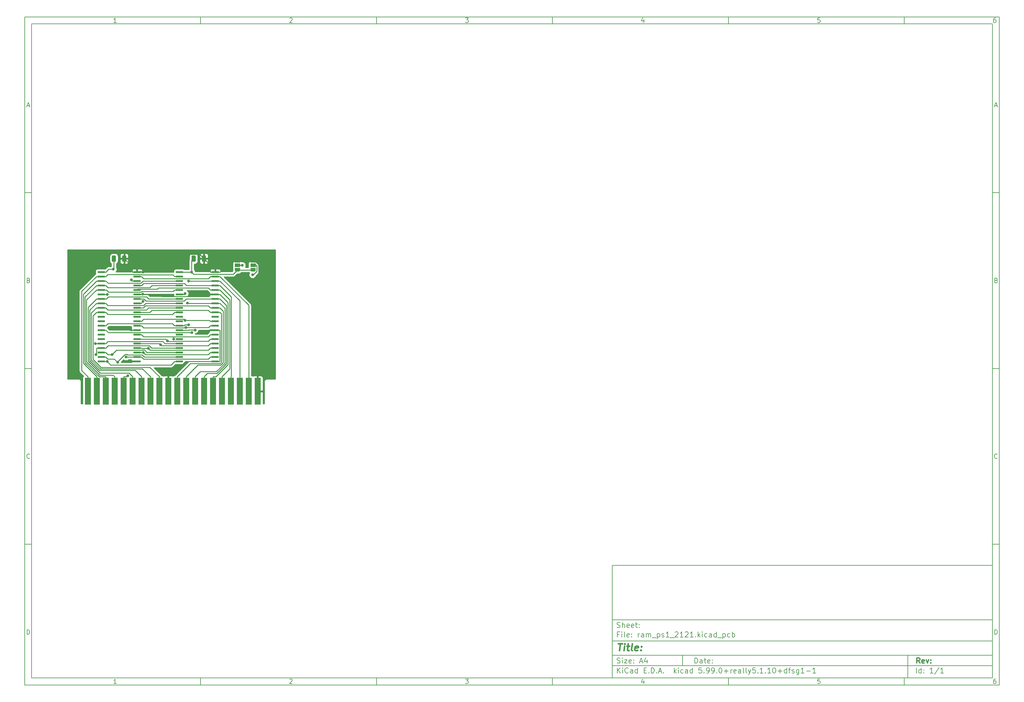
<source format=gbr>
%TF.GenerationSoftware,KiCad,Pcbnew,5.99.0+really5.1.10+dfsg1-1*%
%TF.CreationDate,2022-01-09T16:24:13+01:00*%
%TF.ProjectId,ram_ps1_2121,72616d5f-7073-4315-9f32-3132312e6b69,rev?*%
%TF.SameCoordinates,Original*%
%TF.FileFunction,Copper,L1,Top*%
%TF.FilePolarity,Positive*%
%FSLAX46Y46*%
G04 Gerber Fmt 4.6, Leading zero omitted, Abs format (unit mm)*
G04 Created by KiCad (PCBNEW 5.99.0+really5.1.10+dfsg1-1) date 2022-01-09 16:24:13*
%MOMM*%
%LPD*%
G01*
G04 APERTURE LIST*
%ADD10C,0.100000*%
%ADD11C,0.150000*%
%ADD12C,0.300000*%
%ADD13C,0.400000*%
%TA.AperFunction,ConnectorPad*%
%ADD14R,1.780000X7.620000*%
%TD*%
%TA.AperFunction,SMDPad,CuDef*%
%ADD15R,2.032000X0.508000*%
%TD*%
%TA.AperFunction,SMDPad,CuDef*%
%ADD16R,1.500000X1.000000*%
%TD*%
%TA.AperFunction,SMDPad,CuDef*%
%ADD17C,0.100000*%
%TD*%
%TA.AperFunction,ViaPad*%
%ADD18C,0.800000*%
%TD*%
%TA.AperFunction,Conductor*%
%ADD19C,0.250000*%
%TD*%
%TA.AperFunction,Conductor*%
%ADD20C,0.254000*%
%TD*%
%TA.AperFunction,Conductor*%
%ADD21C,0.100000*%
%TD*%
G04 APERTURE END LIST*
D10*
D11*
X177002200Y-166007200D02*
X177002200Y-198007200D01*
X285002200Y-198007200D01*
X285002200Y-166007200D01*
X177002200Y-166007200D01*
D10*
D11*
X10000000Y-10000000D02*
X10000000Y-200007200D01*
X287002200Y-200007200D01*
X287002200Y-10000000D01*
X10000000Y-10000000D01*
D10*
D11*
X12000000Y-12000000D02*
X12000000Y-198007200D01*
X285002200Y-198007200D01*
X285002200Y-12000000D01*
X12000000Y-12000000D01*
D10*
D11*
X60000000Y-12000000D02*
X60000000Y-10000000D01*
D10*
D11*
X110000000Y-12000000D02*
X110000000Y-10000000D01*
D10*
D11*
X160000000Y-12000000D02*
X160000000Y-10000000D01*
D10*
D11*
X210000000Y-12000000D02*
X210000000Y-10000000D01*
D10*
D11*
X260000000Y-12000000D02*
X260000000Y-10000000D01*
D10*
D11*
X36065476Y-11588095D02*
X35322619Y-11588095D01*
X35694047Y-11588095D02*
X35694047Y-10288095D01*
X35570238Y-10473809D01*
X35446428Y-10597619D01*
X35322619Y-10659523D01*
D10*
D11*
X85322619Y-10411904D02*
X85384523Y-10350000D01*
X85508333Y-10288095D01*
X85817857Y-10288095D01*
X85941666Y-10350000D01*
X86003571Y-10411904D01*
X86065476Y-10535714D01*
X86065476Y-10659523D01*
X86003571Y-10845238D01*
X85260714Y-11588095D01*
X86065476Y-11588095D01*
D10*
D11*
X135260714Y-10288095D02*
X136065476Y-10288095D01*
X135632142Y-10783333D01*
X135817857Y-10783333D01*
X135941666Y-10845238D01*
X136003571Y-10907142D01*
X136065476Y-11030952D01*
X136065476Y-11340476D01*
X136003571Y-11464285D01*
X135941666Y-11526190D01*
X135817857Y-11588095D01*
X135446428Y-11588095D01*
X135322619Y-11526190D01*
X135260714Y-11464285D01*
D10*
D11*
X185941666Y-10721428D02*
X185941666Y-11588095D01*
X185632142Y-10226190D02*
X185322619Y-11154761D01*
X186127380Y-11154761D01*
D10*
D11*
X236003571Y-10288095D02*
X235384523Y-10288095D01*
X235322619Y-10907142D01*
X235384523Y-10845238D01*
X235508333Y-10783333D01*
X235817857Y-10783333D01*
X235941666Y-10845238D01*
X236003571Y-10907142D01*
X236065476Y-11030952D01*
X236065476Y-11340476D01*
X236003571Y-11464285D01*
X235941666Y-11526190D01*
X235817857Y-11588095D01*
X235508333Y-11588095D01*
X235384523Y-11526190D01*
X235322619Y-11464285D01*
D10*
D11*
X285941666Y-10288095D02*
X285694047Y-10288095D01*
X285570238Y-10350000D01*
X285508333Y-10411904D01*
X285384523Y-10597619D01*
X285322619Y-10845238D01*
X285322619Y-11340476D01*
X285384523Y-11464285D01*
X285446428Y-11526190D01*
X285570238Y-11588095D01*
X285817857Y-11588095D01*
X285941666Y-11526190D01*
X286003571Y-11464285D01*
X286065476Y-11340476D01*
X286065476Y-11030952D01*
X286003571Y-10907142D01*
X285941666Y-10845238D01*
X285817857Y-10783333D01*
X285570238Y-10783333D01*
X285446428Y-10845238D01*
X285384523Y-10907142D01*
X285322619Y-11030952D01*
D10*
D11*
X60000000Y-198007200D02*
X60000000Y-200007200D01*
D10*
D11*
X110000000Y-198007200D02*
X110000000Y-200007200D01*
D10*
D11*
X160000000Y-198007200D02*
X160000000Y-200007200D01*
D10*
D11*
X210000000Y-198007200D02*
X210000000Y-200007200D01*
D10*
D11*
X260000000Y-198007200D02*
X260000000Y-200007200D01*
D10*
D11*
X36065476Y-199595295D02*
X35322619Y-199595295D01*
X35694047Y-199595295D02*
X35694047Y-198295295D01*
X35570238Y-198481009D01*
X35446428Y-198604819D01*
X35322619Y-198666723D01*
D10*
D11*
X85322619Y-198419104D02*
X85384523Y-198357200D01*
X85508333Y-198295295D01*
X85817857Y-198295295D01*
X85941666Y-198357200D01*
X86003571Y-198419104D01*
X86065476Y-198542914D01*
X86065476Y-198666723D01*
X86003571Y-198852438D01*
X85260714Y-199595295D01*
X86065476Y-199595295D01*
D10*
D11*
X135260714Y-198295295D02*
X136065476Y-198295295D01*
X135632142Y-198790533D01*
X135817857Y-198790533D01*
X135941666Y-198852438D01*
X136003571Y-198914342D01*
X136065476Y-199038152D01*
X136065476Y-199347676D01*
X136003571Y-199471485D01*
X135941666Y-199533390D01*
X135817857Y-199595295D01*
X135446428Y-199595295D01*
X135322619Y-199533390D01*
X135260714Y-199471485D01*
D10*
D11*
X185941666Y-198728628D02*
X185941666Y-199595295D01*
X185632142Y-198233390D02*
X185322619Y-199161961D01*
X186127380Y-199161961D01*
D10*
D11*
X236003571Y-198295295D02*
X235384523Y-198295295D01*
X235322619Y-198914342D01*
X235384523Y-198852438D01*
X235508333Y-198790533D01*
X235817857Y-198790533D01*
X235941666Y-198852438D01*
X236003571Y-198914342D01*
X236065476Y-199038152D01*
X236065476Y-199347676D01*
X236003571Y-199471485D01*
X235941666Y-199533390D01*
X235817857Y-199595295D01*
X235508333Y-199595295D01*
X235384523Y-199533390D01*
X235322619Y-199471485D01*
D10*
D11*
X285941666Y-198295295D02*
X285694047Y-198295295D01*
X285570238Y-198357200D01*
X285508333Y-198419104D01*
X285384523Y-198604819D01*
X285322619Y-198852438D01*
X285322619Y-199347676D01*
X285384523Y-199471485D01*
X285446428Y-199533390D01*
X285570238Y-199595295D01*
X285817857Y-199595295D01*
X285941666Y-199533390D01*
X286003571Y-199471485D01*
X286065476Y-199347676D01*
X286065476Y-199038152D01*
X286003571Y-198914342D01*
X285941666Y-198852438D01*
X285817857Y-198790533D01*
X285570238Y-198790533D01*
X285446428Y-198852438D01*
X285384523Y-198914342D01*
X285322619Y-199038152D01*
D10*
D11*
X10000000Y-60000000D02*
X12000000Y-60000000D01*
D10*
D11*
X10000000Y-110000000D02*
X12000000Y-110000000D01*
D10*
D11*
X10000000Y-160000000D02*
X12000000Y-160000000D01*
D10*
D11*
X10690476Y-35216666D02*
X11309523Y-35216666D01*
X10566666Y-35588095D02*
X11000000Y-34288095D01*
X11433333Y-35588095D01*
D10*
D11*
X11092857Y-84907142D02*
X11278571Y-84969047D01*
X11340476Y-85030952D01*
X11402380Y-85154761D01*
X11402380Y-85340476D01*
X11340476Y-85464285D01*
X11278571Y-85526190D01*
X11154761Y-85588095D01*
X10659523Y-85588095D01*
X10659523Y-84288095D01*
X11092857Y-84288095D01*
X11216666Y-84350000D01*
X11278571Y-84411904D01*
X11340476Y-84535714D01*
X11340476Y-84659523D01*
X11278571Y-84783333D01*
X11216666Y-84845238D01*
X11092857Y-84907142D01*
X10659523Y-84907142D01*
D10*
D11*
X11402380Y-135464285D02*
X11340476Y-135526190D01*
X11154761Y-135588095D01*
X11030952Y-135588095D01*
X10845238Y-135526190D01*
X10721428Y-135402380D01*
X10659523Y-135278571D01*
X10597619Y-135030952D01*
X10597619Y-134845238D01*
X10659523Y-134597619D01*
X10721428Y-134473809D01*
X10845238Y-134350000D01*
X11030952Y-134288095D01*
X11154761Y-134288095D01*
X11340476Y-134350000D01*
X11402380Y-134411904D01*
D10*
D11*
X10659523Y-185588095D02*
X10659523Y-184288095D01*
X10969047Y-184288095D01*
X11154761Y-184350000D01*
X11278571Y-184473809D01*
X11340476Y-184597619D01*
X11402380Y-184845238D01*
X11402380Y-185030952D01*
X11340476Y-185278571D01*
X11278571Y-185402380D01*
X11154761Y-185526190D01*
X10969047Y-185588095D01*
X10659523Y-185588095D01*
D10*
D11*
X287002200Y-60000000D02*
X285002200Y-60000000D01*
D10*
D11*
X287002200Y-110000000D02*
X285002200Y-110000000D01*
D10*
D11*
X287002200Y-160000000D02*
X285002200Y-160000000D01*
D10*
D11*
X285692676Y-35216666D02*
X286311723Y-35216666D01*
X285568866Y-35588095D02*
X286002200Y-34288095D01*
X286435533Y-35588095D01*
D10*
D11*
X286095057Y-84907142D02*
X286280771Y-84969047D01*
X286342676Y-85030952D01*
X286404580Y-85154761D01*
X286404580Y-85340476D01*
X286342676Y-85464285D01*
X286280771Y-85526190D01*
X286156961Y-85588095D01*
X285661723Y-85588095D01*
X285661723Y-84288095D01*
X286095057Y-84288095D01*
X286218866Y-84350000D01*
X286280771Y-84411904D01*
X286342676Y-84535714D01*
X286342676Y-84659523D01*
X286280771Y-84783333D01*
X286218866Y-84845238D01*
X286095057Y-84907142D01*
X285661723Y-84907142D01*
D10*
D11*
X286404580Y-135464285D02*
X286342676Y-135526190D01*
X286156961Y-135588095D01*
X286033152Y-135588095D01*
X285847438Y-135526190D01*
X285723628Y-135402380D01*
X285661723Y-135278571D01*
X285599819Y-135030952D01*
X285599819Y-134845238D01*
X285661723Y-134597619D01*
X285723628Y-134473809D01*
X285847438Y-134350000D01*
X286033152Y-134288095D01*
X286156961Y-134288095D01*
X286342676Y-134350000D01*
X286404580Y-134411904D01*
D10*
D11*
X285661723Y-185588095D02*
X285661723Y-184288095D01*
X285971247Y-184288095D01*
X286156961Y-184350000D01*
X286280771Y-184473809D01*
X286342676Y-184597619D01*
X286404580Y-184845238D01*
X286404580Y-185030952D01*
X286342676Y-185278571D01*
X286280771Y-185402380D01*
X286156961Y-185526190D01*
X285971247Y-185588095D01*
X285661723Y-185588095D01*
D10*
D11*
X200434342Y-193785771D02*
X200434342Y-192285771D01*
X200791485Y-192285771D01*
X201005771Y-192357200D01*
X201148628Y-192500057D01*
X201220057Y-192642914D01*
X201291485Y-192928628D01*
X201291485Y-193142914D01*
X201220057Y-193428628D01*
X201148628Y-193571485D01*
X201005771Y-193714342D01*
X200791485Y-193785771D01*
X200434342Y-193785771D01*
X202577200Y-193785771D02*
X202577200Y-193000057D01*
X202505771Y-192857200D01*
X202362914Y-192785771D01*
X202077200Y-192785771D01*
X201934342Y-192857200D01*
X202577200Y-193714342D02*
X202434342Y-193785771D01*
X202077200Y-193785771D01*
X201934342Y-193714342D01*
X201862914Y-193571485D01*
X201862914Y-193428628D01*
X201934342Y-193285771D01*
X202077200Y-193214342D01*
X202434342Y-193214342D01*
X202577200Y-193142914D01*
X203077200Y-192785771D02*
X203648628Y-192785771D01*
X203291485Y-192285771D02*
X203291485Y-193571485D01*
X203362914Y-193714342D01*
X203505771Y-193785771D01*
X203648628Y-193785771D01*
X204720057Y-193714342D02*
X204577200Y-193785771D01*
X204291485Y-193785771D01*
X204148628Y-193714342D01*
X204077200Y-193571485D01*
X204077200Y-193000057D01*
X204148628Y-192857200D01*
X204291485Y-192785771D01*
X204577200Y-192785771D01*
X204720057Y-192857200D01*
X204791485Y-193000057D01*
X204791485Y-193142914D01*
X204077200Y-193285771D01*
X205434342Y-193642914D02*
X205505771Y-193714342D01*
X205434342Y-193785771D01*
X205362914Y-193714342D01*
X205434342Y-193642914D01*
X205434342Y-193785771D01*
X205434342Y-192857200D02*
X205505771Y-192928628D01*
X205434342Y-193000057D01*
X205362914Y-192928628D01*
X205434342Y-192857200D01*
X205434342Y-193000057D01*
D10*
D11*
X177002200Y-194507200D02*
X285002200Y-194507200D01*
D10*
D11*
X178434342Y-196585771D02*
X178434342Y-195085771D01*
X179291485Y-196585771D02*
X178648628Y-195728628D01*
X179291485Y-195085771D02*
X178434342Y-195942914D01*
X179934342Y-196585771D02*
X179934342Y-195585771D01*
X179934342Y-195085771D02*
X179862914Y-195157200D01*
X179934342Y-195228628D01*
X180005771Y-195157200D01*
X179934342Y-195085771D01*
X179934342Y-195228628D01*
X181505771Y-196442914D02*
X181434342Y-196514342D01*
X181220057Y-196585771D01*
X181077200Y-196585771D01*
X180862914Y-196514342D01*
X180720057Y-196371485D01*
X180648628Y-196228628D01*
X180577200Y-195942914D01*
X180577200Y-195728628D01*
X180648628Y-195442914D01*
X180720057Y-195300057D01*
X180862914Y-195157200D01*
X181077200Y-195085771D01*
X181220057Y-195085771D01*
X181434342Y-195157200D01*
X181505771Y-195228628D01*
X182791485Y-196585771D02*
X182791485Y-195800057D01*
X182720057Y-195657200D01*
X182577200Y-195585771D01*
X182291485Y-195585771D01*
X182148628Y-195657200D01*
X182791485Y-196514342D02*
X182648628Y-196585771D01*
X182291485Y-196585771D01*
X182148628Y-196514342D01*
X182077200Y-196371485D01*
X182077200Y-196228628D01*
X182148628Y-196085771D01*
X182291485Y-196014342D01*
X182648628Y-196014342D01*
X182791485Y-195942914D01*
X184148628Y-196585771D02*
X184148628Y-195085771D01*
X184148628Y-196514342D02*
X184005771Y-196585771D01*
X183720057Y-196585771D01*
X183577200Y-196514342D01*
X183505771Y-196442914D01*
X183434342Y-196300057D01*
X183434342Y-195871485D01*
X183505771Y-195728628D01*
X183577200Y-195657200D01*
X183720057Y-195585771D01*
X184005771Y-195585771D01*
X184148628Y-195657200D01*
X186005771Y-195800057D02*
X186505771Y-195800057D01*
X186720057Y-196585771D02*
X186005771Y-196585771D01*
X186005771Y-195085771D01*
X186720057Y-195085771D01*
X187362914Y-196442914D02*
X187434342Y-196514342D01*
X187362914Y-196585771D01*
X187291485Y-196514342D01*
X187362914Y-196442914D01*
X187362914Y-196585771D01*
X188077200Y-196585771D02*
X188077200Y-195085771D01*
X188434342Y-195085771D01*
X188648628Y-195157200D01*
X188791485Y-195300057D01*
X188862914Y-195442914D01*
X188934342Y-195728628D01*
X188934342Y-195942914D01*
X188862914Y-196228628D01*
X188791485Y-196371485D01*
X188648628Y-196514342D01*
X188434342Y-196585771D01*
X188077200Y-196585771D01*
X189577200Y-196442914D02*
X189648628Y-196514342D01*
X189577200Y-196585771D01*
X189505771Y-196514342D01*
X189577200Y-196442914D01*
X189577200Y-196585771D01*
X190220057Y-196157200D02*
X190934342Y-196157200D01*
X190077200Y-196585771D02*
X190577200Y-195085771D01*
X191077200Y-196585771D01*
X191577200Y-196442914D02*
X191648628Y-196514342D01*
X191577200Y-196585771D01*
X191505771Y-196514342D01*
X191577200Y-196442914D01*
X191577200Y-196585771D01*
X194577200Y-196585771D02*
X194577200Y-195085771D01*
X194720057Y-196014342D02*
X195148628Y-196585771D01*
X195148628Y-195585771D02*
X194577200Y-196157200D01*
X195791485Y-196585771D02*
X195791485Y-195585771D01*
X195791485Y-195085771D02*
X195720057Y-195157200D01*
X195791485Y-195228628D01*
X195862914Y-195157200D01*
X195791485Y-195085771D01*
X195791485Y-195228628D01*
X197148628Y-196514342D02*
X197005771Y-196585771D01*
X196720057Y-196585771D01*
X196577200Y-196514342D01*
X196505771Y-196442914D01*
X196434342Y-196300057D01*
X196434342Y-195871485D01*
X196505771Y-195728628D01*
X196577200Y-195657200D01*
X196720057Y-195585771D01*
X197005771Y-195585771D01*
X197148628Y-195657200D01*
X198434342Y-196585771D02*
X198434342Y-195800057D01*
X198362914Y-195657200D01*
X198220057Y-195585771D01*
X197934342Y-195585771D01*
X197791485Y-195657200D01*
X198434342Y-196514342D02*
X198291485Y-196585771D01*
X197934342Y-196585771D01*
X197791485Y-196514342D01*
X197720057Y-196371485D01*
X197720057Y-196228628D01*
X197791485Y-196085771D01*
X197934342Y-196014342D01*
X198291485Y-196014342D01*
X198434342Y-195942914D01*
X199791485Y-196585771D02*
X199791485Y-195085771D01*
X199791485Y-196514342D02*
X199648628Y-196585771D01*
X199362914Y-196585771D01*
X199220057Y-196514342D01*
X199148628Y-196442914D01*
X199077200Y-196300057D01*
X199077200Y-195871485D01*
X199148628Y-195728628D01*
X199220057Y-195657200D01*
X199362914Y-195585771D01*
X199648628Y-195585771D01*
X199791485Y-195657200D01*
X202362914Y-195085771D02*
X201648628Y-195085771D01*
X201577200Y-195800057D01*
X201648628Y-195728628D01*
X201791485Y-195657200D01*
X202148628Y-195657200D01*
X202291485Y-195728628D01*
X202362914Y-195800057D01*
X202434342Y-195942914D01*
X202434342Y-196300057D01*
X202362914Y-196442914D01*
X202291485Y-196514342D01*
X202148628Y-196585771D01*
X201791485Y-196585771D01*
X201648628Y-196514342D01*
X201577200Y-196442914D01*
X203077200Y-196442914D02*
X203148628Y-196514342D01*
X203077200Y-196585771D01*
X203005771Y-196514342D01*
X203077200Y-196442914D01*
X203077200Y-196585771D01*
X203862914Y-196585771D02*
X204148628Y-196585771D01*
X204291485Y-196514342D01*
X204362914Y-196442914D01*
X204505771Y-196228628D01*
X204577200Y-195942914D01*
X204577200Y-195371485D01*
X204505771Y-195228628D01*
X204434342Y-195157200D01*
X204291485Y-195085771D01*
X204005771Y-195085771D01*
X203862914Y-195157200D01*
X203791485Y-195228628D01*
X203720057Y-195371485D01*
X203720057Y-195728628D01*
X203791485Y-195871485D01*
X203862914Y-195942914D01*
X204005771Y-196014342D01*
X204291485Y-196014342D01*
X204434342Y-195942914D01*
X204505771Y-195871485D01*
X204577200Y-195728628D01*
X205291485Y-196585771D02*
X205577200Y-196585771D01*
X205720057Y-196514342D01*
X205791485Y-196442914D01*
X205934342Y-196228628D01*
X206005771Y-195942914D01*
X206005771Y-195371485D01*
X205934342Y-195228628D01*
X205862914Y-195157200D01*
X205720057Y-195085771D01*
X205434342Y-195085771D01*
X205291485Y-195157200D01*
X205220057Y-195228628D01*
X205148628Y-195371485D01*
X205148628Y-195728628D01*
X205220057Y-195871485D01*
X205291485Y-195942914D01*
X205434342Y-196014342D01*
X205720057Y-196014342D01*
X205862914Y-195942914D01*
X205934342Y-195871485D01*
X206005771Y-195728628D01*
X206648628Y-196442914D02*
X206720057Y-196514342D01*
X206648628Y-196585771D01*
X206577200Y-196514342D01*
X206648628Y-196442914D01*
X206648628Y-196585771D01*
X207648628Y-195085771D02*
X207791485Y-195085771D01*
X207934342Y-195157200D01*
X208005771Y-195228628D01*
X208077200Y-195371485D01*
X208148628Y-195657200D01*
X208148628Y-196014342D01*
X208077200Y-196300057D01*
X208005771Y-196442914D01*
X207934342Y-196514342D01*
X207791485Y-196585771D01*
X207648628Y-196585771D01*
X207505771Y-196514342D01*
X207434342Y-196442914D01*
X207362914Y-196300057D01*
X207291485Y-196014342D01*
X207291485Y-195657200D01*
X207362914Y-195371485D01*
X207434342Y-195228628D01*
X207505771Y-195157200D01*
X207648628Y-195085771D01*
X208791485Y-196014342D02*
X209934342Y-196014342D01*
X209362914Y-196585771D02*
X209362914Y-195442914D01*
X210648628Y-196585771D02*
X210648628Y-195585771D01*
X210648628Y-195871485D02*
X210720057Y-195728628D01*
X210791485Y-195657200D01*
X210934342Y-195585771D01*
X211077200Y-195585771D01*
X212148628Y-196514342D02*
X212005771Y-196585771D01*
X211720057Y-196585771D01*
X211577200Y-196514342D01*
X211505771Y-196371485D01*
X211505771Y-195800057D01*
X211577200Y-195657200D01*
X211720057Y-195585771D01*
X212005771Y-195585771D01*
X212148628Y-195657200D01*
X212220057Y-195800057D01*
X212220057Y-195942914D01*
X211505771Y-196085771D01*
X213505771Y-196585771D02*
X213505771Y-195800057D01*
X213434342Y-195657200D01*
X213291485Y-195585771D01*
X213005771Y-195585771D01*
X212862914Y-195657200D01*
X213505771Y-196514342D02*
X213362914Y-196585771D01*
X213005771Y-196585771D01*
X212862914Y-196514342D01*
X212791485Y-196371485D01*
X212791485Y-196228628D01*
X212862914Y-196085771D01*
X213005771Y-196014342D01*
X213362914Y-196014342D01*
X213505771Y-195942914D01*
X214434342Y-196585771D02*
X214291485Y-196514342D01*
X214220057Y-196371485D01*
X214220057Y-195085771D01*
X215220057Y-196585771D02*
X215077200Y-196514342D01*
X215005771Y-196371485D01*
X215005771Y-195085771D01*
X215648628Y-195585771D02*
X216005771Y-196585771D01*
X216362914Y-195585771D02*
X216005771Y-196585771D01*
X215862914Y-196942914D01*
X215791485Y-197014342D01*
X215648628Y-197085771D01*
X217648628Y-195085771D02*
X216934342Y-195085771D01*
X216862914Y-195800057D01*
X216934342Y-195728628D01*
X217077200Y-195657200D01*
X217434342Y-195657200D01*
X217577200Y-195728628D01*
X217648628Y-195800057D01*
X217720057Y-195942914D01*
X217720057Y-196300057D01*
X217648628Y-196442914D01*
X217577200Y-196514342D01*
X217434342Y-196585771D01*
X217077200Y-196585771D01*
X216934342Y-196514342D01*
X216862914Y-196442914D01*
X218362914Y-196442914D02*
X218434342Y-196514342D01*
X218362914Y-196585771D01*
X218291485Y-196514342D01*
X218362914Y-196442914D01*
X218362914Y-196585771D01*
X219862914Y-196585771D02*
X219005771Y-196585771D01*
X219434342Y-196585771D02*
X219434342Y-195085771D01*
X219291485Y-195300057D01*
X219148628Y-195442914D01*
X219005771Y-195514342D01*
X220505771Y-196442914D02*
X220577200Y-196514342D01*
X220505771Y-196585771D01*
X220434342Y-196514342D01*
X220505771Y-196442914D01*
X220505771Y-196585771D01*
X222005771Y-196585771D02*
X221148628Y-196585771D01*
X221577200Y-196585771D02*
X221577200Y-195085771D01*
X221434342Y-195300057D01*
X221291485Y-195442914D01*
X221148628Y-195514342D01*
X222934342Y-195085771D02*
X223077200Y-195085771D01*
X223220057Y-195157200D01*
X223291485Y-195228628D01*
X223362914Y-195371485D01*
X223434342Y-195657200D01*
X223434342Y-196014342D01*
X223362914Y-196300057D01*
X223291485Y-196442914D01*
X223220057Y-196514342D01*
X223077200Y-196585771D01*
X222934342Y-196585771D01*
X222791485Y-196514342D01*
X222720057Y-196442914D01*
X222648628Y-196300057D01*
X222577200Y-196014342D01*
X222577200Y-195657200D01*
X222648628Y-195371485D01*
X222720057Y-195228628D01*
X222791485Y-195157200D01*
X222934342Y-195085771D01*
X224077200Y-196014342D02*
X225220057Y-196014342D01*
X224648628Y-196585771D02*
X224648628Y-195442914D01*
X226577200Y-196585771D02*
X226577200Y-195085771D01*
X226577200Y-196514342D02*
X226434342Y-196585771D01*
X226148628Y-196585771D01*
X226005771Y-196514342D01*
X225934342Y-196442914D01*
X225862914Y-196300057D01*
X225862914Y-195871485D01*
X225934342Y-195728628D01*
X226005771Y-195657200D01*
X226148628Y-195585771D01*
X226434342Y-195585771D01*
X226577200Y-195657200D01*
X227077200Y-195585771D02*
X227648628Y-195585771D01*
X227291485Y-196585771D02*
X227291485Y-195300057D01*
X227362914Y-195157200D01*
X227505771Y-195085771D01*
X227648628Y-195085771D01*
X228077200Y-196514342D02*
X228220057Y-196585771D01*
X228505771Y-196585771D01*
X228648628Y-196514342D01*
X228720057Y-196371485D01*
X228720057Y-196300057D01*
X228648628Y-196157200D01*
X228505771Y-196085771D01*
X228291485Y-196085771D01*
X228148628Y-196014342D01*
X228077200Y-195871485D01*
X228077200Y-195800057D01*
X228148628Y-195657200D01*
X228291485Y-195585771D01*
X228505771Y-195585771D01*
X228648628Y-195657200D01*
X230005771Y-195585771D02*
X230005771Y-196800057D01*
X229934342Y-196942914D01*
X229862914Y-197014342D01*
X229720057Y-197085771D01*
X229505771Y-197085771D01*
X229362914Y-197014342D01*
X230005771Y-196514342D02*
X229862914Y-196585771D01*
X229577200Y-196585771D01*
X229434342Y-196514342D01*
X229362914Y-196442914D01*
X229291485Y-196300057D01*
X229291485Y-195871485D01*
X229362914Y-195728628D01*
X229434342Y-195657200D01*
X229577200Y-195585771D01*
X229862914Y-195585771D01*
X230005771Y-195657200D01*
X231505771Y-196585771D02*
X230648628Y-196585771D01*
X231077200Y-196585771D02*
X231077200Y-195085771D01*
X230934342Y-195300057D01*
X230791485Y-195442914D01*
X230648628Y-195514342D01*
X232148628Y-196014342D02*
X233291485Y-196014342D01*
X234791485Y-196585771D02*
X233934342Y-196585771D01*
X234362914Y-196585771D02*
X234362914Y-195085771D01*
X234220057Y-195300057D01*
X234077200Y-195442914D01*
X233934342Y-195514342D01*
D10*
D11*
X177002200Y-191507200D02*
X285002200Y-191507200D01*
D10*
D12*
X264411485Y-193785771D02*
X263911485Y-193071485D01*
X263554342Y-193785771D02*
X263554342Y-192285771D01*
X264125771Y-192285771D01*
X264268628Y-192357200D01*
X264340057Y-192428628D01*
X264411485Y-192571485D01*
X264411485Y-192785771D01*
X264340057Y-192928628D01*
X264268628Y-193000057D01*
X264125771Y-193071485D01*
X263554342Y-193071485D01*
X265625771Y-193714342D02*
X265482914Y-193785771D01*
X265197200Y-193785771D01*
X265054342Y-193714342D01*
X264982914Y-193571485D01*
X264982914Y-193000057D01*
X265054342Y-192857200D01*
X265197200Y-192785771D01*
X265482914Y-192785771D01*
X265625771Y-192857200D01*
X265697200Y-193000057D01*
X265697200Y-193142914D01*
X264982914Y-193285771D01*
X266197200Y-192785771D02*
X266554342Y-193785771D01*
X266911485Y-192785771D01*
X267482914Y-193642914D02*
X267554342Y-193714342D01*
X267482914Y-193785771D01*
X267411485Y-193714342D01*
X267482914Y-193642914D01*
X267482914Y-193785771D01*
X267482914Y-192857200D02*
X267554342Y-192928628D01*
X267482914Y-193000057D01*
X267411485Y-192928628D01*
X267482914Y-192857200D01*
X267482914Y-193000057D01*
D10*
D11*
X178362914Y-193714342D02*
X178577200Y-193785771D01*
X178934342Y-193785771D01*
X179077200Y-193714342D01*
X179148628Y-193642914D01*
X179220057Y-193500057D01*
X179220057Y-193357200D01*
X179148628Y-193214342D01*
X179077200Y-193142914D01*
X178934342Y-193071485D01*
X178648628Y-193000057D01*
X178505771Y-192928628D01*
X178434342Y-192857200D01*
X178362914Y-192714342D01*
X178362914Y-192571485D01*
X178434342Y-192428628D01*
X178505771Y-192357200D01*
X178648628Y-192285771D01*
X179005771Y-192285771D01*
X179220057Y-192357200D01*
X179862914Y-193785771D02*
X179862914Y-192785771D01*
X179862914Y-192285771D02*
X179791485Y-192357200D01*
X179862914Y-192428628D01*
X179934342Y-192357200D01*
X179862914Y-192285771D01*
X179862914Y-192428628D01*
X180434342Y-192785771D02*
X181220057Y-192785771D01*
X180434342Y-193785771D01*
X181220057Y-193785771D01*
X182362914Y-193714342D02*
X182220057Y-193785771D01*
X181934342Y-193785771D01*
X181791485Y-193714342D01*
X181720057Y-193571485D01*
X181720057Y-193000057D01*
X181791485Y-192857200D01*
X181934342Y-192785771D01*
X182220057Y-192785771D01*
X182362914Y-192857200D01*
X182434342Y-193000057D01*
X182434342Y-193142914D01*
X181720057Y-193285771D01*
X183077200Y-193642914D02*
X183148628Y-193714342D01*
X183077200Y-193785771D01*
X183005771Y-193714342D01*
X183077200Y-193642914D01*
X183077200Y-193785771D01*
X183077200Y-192857200D02*
X183148628Y-192928628D01*
X183077200Y-193000057D01*
X183005771Y-192928628D01*
X183077200Y-192857200D01*
X183077200Y-193000057D01*
X184862914Y-193357200D02*
X185577200Y-193357200D01*
X184720057Y-193785771D02*
X185220057Y-192285771D01*
X185720057Y-193785771D01*
X186862914Y-192785771D02*
X186862914Y-193785771D01*
X186505771Y-192214342D02*
X186148628Y-193285771D01*
X187077200Y-193285771D01*
D10*
D11*
X263434342Y-196585771D02*
X263434342Y-195085771D01*
X264791485Y-196585771D02*
X264791485Y-195085771D01*
X264791485Y-196514342D02*
X264648628Y-196585771D01*
X264362914Y-196585771D01*
X264220057Y-196514342D01*
X264148628Y-196442914D01*
X264077200Y-196300057D01*
X264077200Y-195871485D01*
X264148628Y-195728628D01*
X264220057Y-195657200D01*
X264362914Y-195585771D01*
X264648628Y-195585771D01*
X264791485Y-195657200D01*
X265505771Y-196442914D02*
X265577200Y-196514342D01*
X265505771Y-196585771D01*
X265434342Y-196514342D01*
X265505771Y-196442914D01*
X265505771Y-196585771D01*
X265505771Y-195657200D02*
X265577200Y-195728628D01*
X265505771Y-195800057D01*
X265434342Y-195728628D01*
X265505771Y-195657200D01*
X265505771Y-195800057D01*
X268148628Y-196585771D02*
X267291485Y-196585771D01*
X267720057Y-196585771D02*
X267720057Y-195085771D01*
X267577200Y-195300057D01*
X267434342Y-195442914D01*
X267291485Y-195514342D01*
X269862914Y-195014342D02*
X268577200Y-196942914D01*
X271148628Y-196585771D02*
X270291485Y-196585771D01*
X270720057Y-196585771D02*
X270720057Y-195085771D01*
X270577200Y-195300057D01*
X270434342Y-195442914D01*
X270291485Y-195514342D01*
D10*
D11*
X177002200Y-187507200D02*
X285002200Y-187507200D01*
D10*
D13*
X178714580Y-188211961D02*
X179857438Y-188211961D01*
X179036009Y-190211961D02*
X179286009Y-188211961D01*
X180274104Y-190211961D02*
X180440771Y-188878628D01*
X180524104Y-188211961D02*
X180416961Y-188307200D01*
X180500295Y-188402438D01*
X180607438Y-188307200D01*
X180524104Y-188211961D01*
X180500295Y-188402438D01*
X181107438Y-188878628D02*
X181869342Y-188878628D01*
X181476485Y-188211961D02*
X181262200Y-189926247D01*
X181333628Y-190116723D01*
X181512200Y-190211961D01*
X181702676Y-190211961D01*
X182655057Y-190211961D02*
X182476485Y-190116723D01*
X182405057Y-189926247D01*
X182619342Y-188211961D01*
X184190771Y-190116723D02*
X183988390Y-190211961D01*
X183607438Y-190211961D01*
X183428866Y-190116723D01*
X183357438Y-189926247D01*
X183452676Y-189164342D01*
X183571723Y-188973866D01*
X183774104Y-188878628D01*
X184155057Y-188878628D01*
X184333628Y-188973866D01*
X184405057Y-189164342D01*
X184381247Y-189354819D01*
X183405057Y-189545295D01*
X185155057Y-190021485D02*
X185238390Y-190116723D01*
X185131247Y-190211961D01*
X185047914Y-190116723D01*
X185155057Y-190021485D01*
X185131247Y-190211961D01*
X185286009Y-188973866D02*
X185369342Y-189069104D01*
X185262200Y-189164342D01*
X185178866Y-189069104D01*
X185286009Y-188973866D01*
X185262200Y-189164342D01*
D10*
D11*
X178934342Y-185600057D02*
X178434342Y-185600057D01*
X178434342Y-186385771D02*
X178434342Y-184885771D01*
X179148628Y-184885771D01*
X179720057Y-186385771D02*
X179720057Y-185385771D01*
X179720057Y-184885771D02*
X179648628Y-184957200D01*
X179720057Y-185028628D01*
X179791485Y-184957200D01*
X179720057Y-184885771D01*
X179720057Y-185028628D01*
X180648628Y-186385771D02*
X180505771Y-186314342D01*
X180434342Y-186171485D01*
X180434342Y-184885771D01*
X181791485Y-186314342D02*
X181648628Y-186385771D01*
X181362914Y-186385771D01*
X181220057Y-186314342D01*
X181148628Y-186171485D01*
X181148628Y-185600057D01*
X181220057Y-185457200D01*
X181362914Y-185385771D01*
X181648628Y-185385771D01*
X181791485Y-185457200D01*
X181862914Y-185600057D01*
X181862914Y-185742914D01*
X181148628Y-185885771D01*
X182505771Y-186242914D02*
X182577200Y-186314342D01*
X182505771Y-186385771D01*
X182434342Y-186314342D01*
X182505771Y-186242914D01*
X182505771Y-186385771D01*
X182505771Y-185457200D02*
X182577200Y-185528628D01*
X182505771Y-185600057D01*
X182434342Y-185528628D01*
X182505771Y-185457200D01*
X182505771Y-185600057D01*
X184362914Y-186385771D02*
X184362914Y-185385771D01*
X184362914Y-185671485D02*
X184434342Y-185528628D01*
X184505771Y-185457200D01*
X184648628Y-185385771D01*
X184791485Y-185385771D01*
X185934342Y-186385771D02*
X185934342Y-185600057D01*
X185862914Y-185457200D01*
X185720057Y-185385771D01*
X185434342Y-185385771D01*
X185291485Y-185457200D01*
X185934342Y-186314342D02*
X185791485Y-186385771D01*
X185434342Y-186385771D01*
X185291485Y-186314342D01*
X185220057Y-186171485D01*
X185220057Y-186028628D01*
X185291485Y-185885771D01*
X185434342Y-185814342D01*
X185791485Y-185814342D01*
X185934342Y-185742914D01*
X186648628Y-186385771D02*
X186648628Y-185385771D01*
X186648628Y-185528628D02*
X186720057Y-185457200D01*
X186862914Y-185385771D01*
X187077200Y-185385771D01*
X187220057Y-185457200D01*
X187291485Y-185600057D01*
X187291485Y-186385771D01*
X187291485Y-185600057D02*
X187362914Y-185457200D01*
X187505771Y-185385771D01*
X187720057Y-185385771D01*
X187862914Y-185457200D01*
X187934342Y-185600057D01*
X187934342Y-186385771D01*
X188291485Y-186528628D02*
X189434342Y-186528628D01*
X189791485Y-185385771D02*
X189791485Y-186885771D01*
X189791485Y-185457200D02*
X189934342Y-185385771D01*
X190220057Y-185385771D01*
X190362914Y-185457200D01*
X190434342Y-185528628D01*
X190505771Y-185671485D01*
X190505771Y-186100057D01*
X190434342Y-186242914D01*
X190362914Y-186314342D01*
X190220057Y-186385771D01*
X189934342Y-186385771D01*
X189791485Y-186314342D01*
X191077200Y-186314342D02*
X191220057Y-186385771D01*
X191505771Y-186385771D01*
X191648628Y-186314342D01*
X191720057Y-186171485D01*
X191720057Y-186100057D01*
X191648628Y-185957200D01*
X191505771Y-185885771D01*
X191291485Y-185885771D01*
X191148628Y-185814342D01*
X191077200Y-185671485D01*
X191077200Y-185600057D01*
X191148628Y-185457200D01*
X191291485Y-185385771D01*
X191505771Y-185385771D01*
X191648628Y-185457200D01*
X193148628Y-186385771D02*
X192291485Y-186385771D01*
X192720057Y-186385771D02*
X192720057Y-184885771D01*
X192577200Y-185100057D01*
X192434342Y-185242914D01*
X192291485Y-185314342D01*
X193434342Y-186528628D02*
X194577200Y-186528628D01*
X194862914Y-185028628D02*
X194934342Y-184957200D01*
X195077200Y-184885771D01*
X195434342Y-184885771D01*
X195577200Y-184957200D01*
X195648628Y-185028628D01*
X195720057Y-185171485D01*
X195720057Y-185314342D01*
X195648628Y-185528628D01*
X194791485Y-186385771D01*
X195720057Y-186385771D01*
X197148628Y-186385771D02*
X196291485Y-186385771D01*
X196720057Y-186385771D02*
X196720057Y-184885771D01*
X196577200Y-185100057D01*
X196434342Y-185242914D01*
X196291485Y-185314342D01*
X197720057Y-185028628D02*
X197791485Y-184957200D01*
X197934342Y-184885771D01*
X198291485Y-184885771D01*
X198434342Y-184957200D01*
X198505771Y-185028628D01*
X198577200Y-185171485D01*
X198577200Y-185314342D01*
X198505771Y-185528628D01*
X197648628Y-186385771D01*
X198577200Y-186385771D01*
X200005771Y-186385771D02*
X199148628Y-186385771D01*
X199577200Y-186385771D02*
X199577200Y-184885771D01*
X199434342Y-185100057D01*
X199291485Y-185242914D01*
X199148628Y-185314342D01*
X200648628Y-186242914D02*
X200720057Y-186314342D01*
X200648628Y-186385771D01*
X200577200Y-186314342D01*
X200648628Y-186242914D01*
X200648628Y-186385771D01*
X201362914Y-186385771D02*
X201362914Y-184885771D01*
X201505771Y-185814342D02*
X201934342Y-186385771D01*
X201934342Y-185385771D02*
X201362914Y-185957200D01*
X202577200Y-186385771D02*
X202577200Y-185385771D01*
X202577200Y-184885771D02*
X202505771Y-184957200D01*
X202577200Y-185028628D01*
X202648628Y-184957200D01*
X202577200Y-184885771D01*
X202577200Y-185028628D01*
X203934342Y-186314342D02*
X203791485Y-186385771D01*
X203505771Y-186385771D01*
X203362914Y-186314342D01*
X203291485Y-186242914D01*
X203220057Y-186100057D01*
X203220057Y-185671485D01*
X203291485Y-185528628D01*
X203362914Y-185457200D01*
X203505771Y-185385771D01*
X203791485Y-185385771D01*
X203934342Y-185457200D01*
X205220057Y-186385771D02*
X205220057Y-185600057D01*
X205148628Y-185457200D01*
X205005771Y-185385771D01*
X204720057Y-185385771D01*
X204577200Y-185457200D01*
X205220057Y-186314342D02*
X205077200Y-186385771D01*
X204720057Y-186385771D01*
X204577200Y-186314342D01*
X204505771Y-186171485D01*
X204505771Y-186028628D01*
X204577200Y-185885771D01*
X204720057Y-185814342D01*
X205077200Y-185814342D01*
X205220057Y-185742914D01*
X206577200Y-186385771D02*
X206577200Y-184885771D01*
X206577200Y-186314342D02*
X206434342Y-186385771D01*
X206148628Y-186385771D01*
X206005771Y-186314342D01*
X205934342Y-186242914D01*
X205862914Y-186100057D01*
X205862914Y-185671485D01*
X205934342Y-185528628D01*
X206005771Y-185457200D01*
X206148628Y-185385771D01*
X206434342Y-185385771D01*
X206577200Y-185457200D01*
X206934342Y-186528628D02*
X208077200Y-186528628D01*
X208434342Y-185385771D02*
X208434342Y-186885771D01*
X208434342Y-185457200D02*
X208577200Y-185385771D01*
X208862914Y-185385771D01*
X209005771Y-185457200D01*
X209077200Y-185528628D01*
X209148628Y-185671485D01*
X209148628Y-186100057D01*
X209077200Y-186242914D01*
X209005771Y-186314342D01*
X208862914Y-186385771D01*
X208577200Y-186385771D01*
X208434342Y-186314342D01*
X210434342Y-186314342D02*
X210291485Y-186385771D01*
X210005771Y-186385771D01*
X209862914Y-186314342D01*
X209791485Y-186242914D01*
X209720057Y-186100057D01*
X209720057Y-185671485D01*
X209791485Y-185528628D01*
X209862914Y-185457200D01*
X210005771Y-185385771D01*
X210291485Y-185385771D01*
X210434342Y-185457200D01*
X211077200Y-186385771D02*
X211077200Y-184885771D01*
X211077200Y-185457200D02*
X211220057Y-185385771D01*
X211505771Y-185385771D01*
X211648628Y-185457200D01*
X211720057Y-185528628D01*
X211791485Y-185671485D01*
X211791485Y-186100057D01*
X211720057Y-186242914D01*
X211648628Y-186314342D01*
X211505771Y-186385771D01*
X211220057Y-186385771D01*
X211077200Y-186314342D01*
D10*
D11*
X177002200Y-181507200D02*
X285002200Y-181507200D01*
D10*
D11*
X178362914Y-183614342D02*
X178577200Y-183685771D01*
X178934342Y-183685771D01*
X179077200Y-183614342D01*
X179148628Y-183542914D01*
X179220057Y-183400057D01*
X179220057Y-183257200D01*
X179148628Y-183114342D01*
X179077200Y-183042914D01*
X178934342Y-182971485D01*
X178648628Y-182900057D01*
X178505771Y-182828628D01*
X178434342Y-182757200D01*
X178362914Y-182614342D01*
X178362914Y-182471485D01*
X178434342Y-182328628D01*
X178505771Y-182257200D01*
X178648628Y-182185771D01*
X179005771Y-182185771D01*
X179220057Y-182257200D01*
X179862914Y-183685771D02*
X179862914Y-182185771D01*
X180505771Y-183685771D02*
X180505771Y-182900057D01*
X180434342Y-182757200D01*
X180291485Y-182685771D01*
X180077200Y-182685771D01*
X179934342Y-182757200D01*
X179862914Y-182828628D01*
X181791485Y-183614342D02*
X181648628Y-183685771D01*
X181362914Y-183685771D01*
X181220057Y-183614342D01*
X181148628Y-183471485D01*
X181148628Y-182900057D01*
X181220057Y-182757200D01*
X181362914Y-182685771D01*
X181648628Y-182685771D01*
X181791485Y-182757200D01*
X181862914Y-182900057D01*
X181862914Y-183042914D01*
X181148628Y-183185771D01*
X183077200Y-183614342D02*
X182934342Y-183685771D01*
X182648628Y-183685771D01*
X182505771Y-183614342D01*
X182434342Y-183471485D01*
X182434342Y-182900057D01*
X182505771Y-182757200D01*
X182648628Y-182685771D01*
X182934342Y-182685771D01*
X183077200Y-182757200D01*
X183148628Y-182900057D01*
X183148628Y-183042914D01*
X182434342Y-183185771D01*
X183577200Y-182685771D02*
X184148628Y-182685771D01*
X183791485Y-182185771D02*
X183791485Y-183471485D01*
X183862914Y-183614342D01*
X184005771Y-183685771D01*
X184148628Y-183685771D01*
X184648628Y-183542914D02*
X184720057Y-183614342D01*
X184648628Y-183685771D01*
X184577200Y-183614342D01*
X184648628Y-183542914D01*
X184648628Y-183685771D01*
X184648628Y-182757200D02*
X184720057Y-182828628D01*
X184648628Y-182900057D01*
X184577200Y-182828628D01*
X184648628Y-182757200D01*
X184648628Y-182900057D01*
D10*
D11*
X197002200Y-191507200D02*
X197002200Y-194507200D01*
D10*
D11*
X261002200Y-191507200D02*
X261002200Y-198007200D01*
D14*
%TO.P,U1,1*%
%TO.N,/D0*%
X27940000Y-116455000D03*
%TO.P,U1,2*%
%TO.N,/D1*%
X30480000Y-116455000D03*
%TO.P,U1,3*%
%TO.N,/D2*%
X33020000Y-116455000D03*
%TO.P,U1,4*%
%TO.N,/D3*%
X35560000Y-116455000D03*
%TO.P,U1,5*%
%TO.N,GND*%
X38100000Y-116455000D03*
%TO.P,U1,6*%
%TO.N,/D4*%
X40640000Y-116455000D03*
%TO.P,U1,7*%
%TO.N,/D5*%
X43180000Y-116455000D03*
%TO.P,U1,8*%
%TO.N,/D6*%
X45720000Y-116455000D03*
%TO.P,U1,9*%
%TO.N,/D7*%
X48260000Y-116455000D03*
%TO.P,U1,10*%
%TO.N,GND*%
X50800000Y-116455000D03*
%TO.P,U1,11*%
%TO.N,/D8*%
X53340000Y-116455000D03*
%TO.P,U1,12*%
%TO.N,/D9*%
X55880000Y-116455000D03*
%TO.P,U1,13*%
%TO.N,/D10*%
X58420000Y-116455000D03*
%TO.P,U1,14*%
%TO.N,/D11*%
X60960000Y-116455000D03*
%TO.P,U1,15*%
%TO.N,GND*%
X63500000Y-116455000D03*
%TO.P,U1,16*%
%TO.N,/D12*%
X66040000Y-116455000D03*
%TO.P,U1,17*%
%TO.N,/D13*%
X68580000Y-116455000D03*
%TO.P,U1,18*%
%TO.N,/D14*%
X71120000Y-116455000D03*
%TO.P,U1,19*%
%TO.N,/D15*%
X73660000Y-116455000D03*
%TO.P,U1,20*%
%TO.N,GND*%
X76200000Y-116455000D03*
%TD*%
D15*
%TO.P,U2,32*%
%TO.N,N/C*%
X41910000Y-95250000D03*
%TO.P,U2,11*%
X31750000Y-95250000D03*
%TO.P,U2,33*%
%TO.N,/D8*%
X41910000Y-93980000D03*
%TO.P,U2,34*%
%TO.N,/D9*%
X41910000Y-92710000D03*
%TO.P,U2,35*%
%TO.N,/D10*%
X41910000Y-91440000D03*
%TO.P,U2,36*%
%TO.N,/D11*%
X41910000Y-90170000D03*
%TO.P,U2,37*%
%TO.N,GND*%
X41910000Y-88900000D03*
%TO.P,U2,38*%
%TO.N,/D12*%
X41910000Y-87630000D03*
%TO.P,U2,39*%
%TO.N,/D13*%
X41910000Y-86360000D03*
%TO.P,U2,40*%
%TO.N,/D14*%
X41910000Y-85090000D03*
%TO.P,U2,41*%
%TO.N,/D15*%
X41910000Y-83820000D03*
%TO.P,U2,42*%
%TO.N,GND*%
X41910000Y-82550000D03*
%TO.P,U2,10*%
%TO.N,/D7*%
X31750000Y-93980000D03*
%TO.P,U2,9*%
%TO.N,/D6*%
X31750000Y-92710000D03*
%TO.P,U2,8*%
%TO.N,/D5*%
X31750000Y-91440000D03*
%TO.P,U2,7*%
%TO.N,/D4*%
X31750000Y-90170000D03*
%TO.P,U2,6*%
%TO.N,VCC*%
X31750000Y-88900000D03*
%TO.P,U2,5*%
%TO.N,/D3*%
X31750000Y-87630000D03*
%TO.P,U2,4*%
%TO.N,/D2*%
X31750000Y-86360000D03*
%TO.P,U2,3*%
%TO.N,/D1*%
X31750000Y-85090000D03*
%TO.P,U2,2*%
%TO.N,/D0*%
X31750000Y-83820000D03*
%TO.P,U2,1*%
%TO.N,VCC*%
X31750000Y-82550000D03*
%TO.P,U2,31*%
%TO.N,/LCAS*%
X41910000Y-96520000D03*
%TO.P,U2,30*%
%TO.N,/UCAS*%
X41910000Y-97790000D03*
%TO.P,U2,29*%
%TO.N,GND*%
X41910000Y-99060000D03*
%TO.P,U2,28*%
%TO.N,/A9*%
X41910000Y-100330000D03*
%TO.P,U2,27*%
%TO.N,/A8*%
X41910000Y-101600000D03*
%TO.P,U2,26*%
%TO.N,/A7*%
X41910000Y-102870000D03*
%TO.P,U2,25*%
%TO.N,/A6*%
X41910000Y-104140000D03*
%TO.P,U2,24*%
%TO.N,/A5*%
X41910000Y-105410000D03*
%TO.P,U2,23*%
%TO.N,/A4*%
X41910000Y-106680000D03*
%TO.P,U2,22*%
%TO.N,GND*%
X41910000Y-107950000D03*
%TO.P,U2,12*%
%TO.N,N/C*%
X31750000Y-96520000D03*
%TO.P,U2,13*%
%TO.N,/WE*%
X31750000Y-97790000D03*
%TO.P,U2,14*%
%TO.N,/RAS0*%
X31750000Y-99060000D03*
%TO.P,U2,15*%
%TO.N,N/C*%
X31750000Y-100330000D03*
%TO.P,U2,16*%
X31750000Y-101600000D03*
%TO.P,U2,17*%
%TO.N,/A0*%
X31750000Y-102870000D03*
%TO.P,U2,18*%
%TO.N,/A1*%
X31750000Y-104140000D03*
%TO.P,U2,19*%
%TO.N,/A2*%
X31750000Y-105410000D03*
%TO.P,U2,20*%
%TO.N,/A3*%
X31750000Y-106680000D03*
%TO.P,U2,21*%
%TO.N,VCC*%
X31750000Y-107950000D03*
%TD*%
%TO.P,C1,1*%
%TO.N,VCC*%
%TA.AperFunction,SMDPad,CuDef*%
G36*
G01*
X34780000Y-79390001D02*
X34780000Y-78089999D01*
G75*
G02*
X35029999Y-77840000I249999J0D01*
G01*
X35680001Y-77840000D01*
G75*
G02*
X35930000Y-78089999I0J-249999D01*
G01*
X35930000Y-79390001D01*
G75*
G02*
X35680001Y-79640000I-249999J0D01*
G01*
X35029999Y-79640000D01*
G75*
G02*
X34780000Y-79390001I0J249999D01*
G01*
G37*
%TD.AperFunction*%
%TO.P,C1,2*%
%TO.N,GND*%
%TA.AperFunction,SMDPad,CuDef*%
G36*
G01*
X37730000Y-79390001D02*
X37730000Y-78089999D01*
G75*
G02*
X37979999Y-77840000I249999J0D01*
G01*
X38630001Y-77840000D01*
G75*
G02*
X38880000Y-78089999I0J-249999D01*
G01*
X38880000Y-79390001D01*
G75*
G02*
X38630001Y-79640000I-249999J0D01*
G01*
X37979999Y-79640000D01*
G75*
G02*
X37730000Y-79390001I0J249999D01*
G01*
G37*
%TD.AperFunction*%
%TD*%
%TO.P,C2,2*%
%TO.N,GND*%
%TA.AperFunction,SMDPad,CuDef*%
G36*
G01*
X60385000Y-79390001D02*
X60385000Y-78089999D01*
G75*
G02*
X60634999Y-77840000I249999J0D01*
G01*
X61285001Y-77840000D01*
G75*
G02*
X61535000Y-78089999I0J-249999D01*
G01*
X61535000Y-79390001D01*
G75*
G02*
X61285001Y-79640000I-249999J0D01*
G01*
X60634999Y-79640000D01*
G75*
G02*
X60385000Y-79390001I0J249999D01*
G01*
G37*
%TD.AperFunction*%
%TO.P,C2,1*%
%TO.N,VCC*%
%TA.AperFunction,SMDPad,CuDef*%
G36*
G01*
X57435000Y-79390001D02*
X57435000Y-78089999D01*
G75*
G02*
X57684999Y-77840000I249999J0D01*
G01*
X58335001Y-77840000D01*
G75*
G02*
X58585000Y-78089999I0J-249999D01*
G01*
X58585000Y-79390001D01*
G75*
G02*
X58335001Y-79640000I-249999J0D01*
G01*
X57684999Y-79640000D01*
G75*
G02*
X57435000Y-79390001I0J249999D01*
G01*
G37*
%TD.AperFunction*%
%TD*%
D16*
%TO.P,SecBank,2*%
%TO.N,Net-(JP1-Pad2)*%
X74930000Y-80645000D03*
%TA.AperFunction,SMDPad,CuDef*%
D17*
%TO.P,SecBank,3*%
%TO.N,GND*%
G36*
X74180602Y-79345000D02*
G01*
X74180602Y-79320466D01*
X74185412Y-79271635D01*
X74194984Y-79223510D01*
X74209228Y-79176555D01*
X74228005Y-79131222D01*
X74251136Y-79087949D01*
X74278396Y-79047150D01*
X74309524Y-79009221D01*
X74344221Y-78974524D01*
X74382150Y-78943396D01*
X74422949Y-78916136D01*
X74466222Y-78893005D01*
X74511555Y-78874228D01*
X74558510Y-78859984D01*
X74606635Y-78850412D01*
X74655466Y-78845602D01*
X74680000Y-78845602D01*
X74680000Y-78845000D01*
X75180000Y-78845000D01*
X75180000Y-78845602D01*
X75204534Y-78845602D01*
X75253365Y-78850412D01*
X75301490Y-78859984D01*
X75348445Y-78874228D01*
X75393778Y-78893005D01*
X75437051Y-78916136D01*
X75477850Y-78943396D01*
X75515779Y-78974524D01*
X75550476Y-79009221D01*
X75581604Y-79047150D01*
X75608864Y-79087949D01*
X75631995Y-79131222D01*
X75650772Y-79176555D01*
X75665016Y-79223510D01*
X75674588Y-79271635D01*
X75679398Y-79320466D01*
X75679398Y-79345000D01*
X75680000Y-79345000D01*
X75680000Y-79895000D01*
X74180000Y-79895000D01*
X74180000Y-79345000D01*
X74180602Y-79345000D01*
G37*
%TD.AperFunction*%
%TA.AperFunction,SMDPad,CuDef*%
%TO.P,SecBank,1*%
%TO.N,VCC*%
G36*
X75680000Y-81395000D02*
G01*
X75680000Y-81945000D01*
X75679398Y-81945000D01*
X75679398Y-81969534D01*
X75674588Y-82018365D01*
X75665016Y-82066490D01*
X75650772Y-82113445D01*
X75631995Y-82158778D01*
X75608864Y-82202051D01*
X75581604Y-82242850D01*
X75550476Y-82280779D01*
X75515779Y-82315476D01*
X75477850Y-82346604D01*
X75437051Y-82373864D01*
X75393778Y-82396995D01*
X75348445Y-82415772D01*
X75301490Y-82430016D01*
X75253365Y-82439588D01*
X75204534Y-82444398D01*
X75180000Y-82444398D01*
X75180000Y-82445000D01*
X74680000Y-82445000D01*
X74680000Y-82444398D01*
X74655466Y-82444398D01*
X74606635Y-82439588D01*
X74558510Y-82430016D01*
X74511555Y-82415772D01*
X74466222Y-82396995D01*
X74422949Y-82373864D01*
X74382150Y-82346604D01*
X74344221Y-82315476D01*
X74309524Y-82280779D01*
X74278396Y-82242850D01*
X74251136Y-82202051D01*
X74228005Y-82158778D01*
X74209228Y-82113445D01*
X74194984Y-82066490D01*
X74185412Y-82018365D01*
X74180602Y-81969534D01*
X74180602Y-81945000D01*
X74180000Y-81945000D01*
X74180000Y-81395000D01*
X75680000Y-81395000D01*
G37*
%TD.AperFunction*%
%TD*%
%TA.AperFunction,SMDPad,CuDef*%
%TO.P,1MB_CD,1*%
%TO.N,VCC*%
G36*
X71235000Y-81395000D02*
G01*
X71235000Y-81945000D01*
X71234398Y-81945000D01*
X71234398Y-81969534D01*
X71229588Y-82018365D01*
X71220016Y-82066490D01*
X71205772Y-82113445D01*
X71186995Y-82158778D01*
X71163864Y-82202051D01*
X71136604Y-82242850D01*
X71105476Y-82280779D01*
X71070779Y-82315476D01*
X71032850Y-82346604D01*
X70992051Y-82373864D01*
X70948778Y-82396995D01*
X70903445Y-82415772D01*
X70856490Y-82430016D01*
X70808365Y-82439588D01*
X70759534Y-82444398D01*
X70735000Y-82444398D01*
X70735000Y-82445000D01*
X70235000Y-82445000D01*
X70235000Y-82444398D01*
X70210466Y-82444398D01*
X70161635Y-82439588D01*
X70113510Y-82430016D01*
X70066555Y-82415772D01*
X70021222Y-82396995D01*
X69977949Y-82373864D01*
X69937150Y-82346604D01*
X69899221Y-82315476D01*
X69864524Y-82280779D01*
X69833396Y-82242850D01*
X69806136Y-82202051D01*
X69783005Y-82158778D01*
X69764228Y-82113445D01*
X69749984Y-82066490D01*
X69740412Y-82018365D01*
X69735602Y-81969534D01*
X69735602Y-81945000D01*
X69735000Y-81945000D01*
X69735000Y-81395000D01*
X71235000Y-81395000D01*
G37*
%TD.AperFunction*%
%TA.AperFunction,SMDPad,CuDef*%
%TO.P,1MB_CD,3*%
%TO.N,GND*%
G36*
X69735602Y-79345000D02*
G01*
X69735602Y-79320466D01*
X69740412Y-79271635D01*
X69749984Y-79223510D01*
X69764228Y-79176555D01*
X69783005Y-79131222D01*
X69806136Y-79087949D01*
X69833396Y-79047150D01*
X69864524Y-79009221D01*
X69899221Y-78974524D01*
X69937150Y-78943396D01*
X69977949Y-78916136D01*
X70021222Y-78893005D01*
X70066555Y-78874228D01*
X70113510Y-78859984D01*
X70161635Y-78850412D01*
X70210466Y-78845602D01*
X70235000Y-78845602D01*
X70235000Y-78845000D01*
X70735000Y-78845000D01*
X70735000Y-78845602D01*
X70759534Y-78845602D01*
X70808365Y-78850412D01*
X70856490Y-78859984D01*
X70903445Y-78874228D01*
X70948778Y-78893005D01*
X70992051Y-78916136D01*
X71032850Y-78943396D01*
X71070779Y-78974524D01*
X71105476Y-79009221D01*
X71136604Y-79047150D01*
X71163864Y-79087949D01*
X71186995Y-79131222D01*
X71205772Y-79176555D01*
X71220016Y-79223510D01*
X71229588Y-79271635D01*
X71234398Y-79320466D01*
X71234398Y-79345000D01*
X71235000Y-79345000D01*
X71235000Y-79895000D01*
X69735000Y-79895000D01*
X69735000Y-79345000D01*
X69735602Y-79345000D01*
G37*
%TD.AperFunction*%
D16*
%TO.P,1MB_CD,2*%
%TO.N,Net-(JP2-Pad2)*%
X70485000Y-80645000D03*
%TD*%
D15*
%TO.P,U3,21*%
%TO.N,VCC*%
X53975000Y-107950000D03*
%TO.P,U3,20*%
%TO.N,/A3*%
X53975000Y-106680000D03*
%TO.P,U3,19*%
%TO.N,/A2*%
X53975000Y-105410000D03*
%TO.P,U3,18*%
%TO.N,/A1*%
X53975000Y-104140000D03*
%TO.P,U3,17*%
%TO.N,/A0*%
X53975000Y-102870000D03*
%TO.P,U3,16*%
%TO.N,N/C*%
X53975000Y-101600000D03*
%TO.P,U3,15*%
X53975000Y-100330000D03*
%TO.P,U3,14*%
%TO.N,/RAS1*%
X53975000Y-99060000D03*
%TO.P,U3,13*%
%TO.N,/WE*%
X53975000Y-97790000D03*
%TO.P,U3,12*%
%TO.N,N/C*%
X53975000Y-96520000D03*
%TO.P,U3,22*%
%TO.N,GND*%
X64135000Y-107950000D03*
%TO.P,U3,23*%
%TO.N,/A4*%
X64135000Y-106680000D03*
%TO.P,U3,24*%
%TO.N,/A5*%
X64135000Y-105410000D03*
%TO.P,U3,25*%
%TO.N,/A6*%
X64135000Y-104140000D03*
%TO.P,U3,26*%
%TO.N,/A7*%
X64135000Y-102870000D03*
%TO.P,U3,27*%
%TO.N,/A8*%
X64135000Y-101600000D03*
%TO.P,U3,28*%
%TO.N,/A9*%
X64135000Y-100330000D03*
%TO.P,U3,29*%
%TO.N,GND*%
X64135000Y-99060000D03*
%TO.P,U3,30*%
%TO.N,/UCAS*%
X64135000Y-97790000D03*
%TO.P,U3,31*%
%TO.N,/LCAS*%
X64135000Y-96520000D03*
%TO.P,U3,1*%
%TO.N,VCC*%
X53975000Y-82550000D03*
%TO.P,U3,2*%
%TO.N,/D0*%
X53975000Y-83820000D03*
%TO.P,U3,3*%
%TO.N,/D1*%
X53975000Y-85090000D03*
%TO.P,U3,4*%
%TO.N,/D2*%
X53975000Y-86360000D03*
%TO.P,U3,5*%
%TO.N,/D3*%
X53975000Y-87630000D03*
%TO.P,U3,6*%
%TO.N,VCC*%
X53975000Y-88900000D03*
%TO.P,U3,7*%
%TO.N,/D4*%
X53975000Y-90170000D03*
%TO.P,U3,8*%
%TO.N,/D5*%
X53975000Y-91440000D03*
%TO.P,U3,9*%
%TO.N,/D6*%
X53975000Y-92710000D03*
%TO.P,U3,10*%
%TO.N,/D7*%
X53975000Y-93980000D03*
%TO.P,U3,42*%
%TO.N,GND*%
X64135000Y-82550000D03*
%TO.P,U3,41*%
%TO.N,/D15*%
X64135000Y-83820000D03*
%TO.P,U3,40*%
%TO.N,/D14*%
X64135000Y-85090000D03*
%TO.P,U3,39*%
%TO.N,/D13*%
X64135000Y-86360000D03*
%TO.P,U3,38*%
%TO.N,/D12*%
X64135000Y-87630000D03*
%TO.P,U3,37*%
%TO.N,GND*%
X64135000Y-88900000D03*
%TO.P,U3,36*%
%TO.N,/D11*%
X64135000Y-90170000D03*
%TO.P,U3,35*%
%TO.N,/D10*%
X64135000Y-91440000D03*
%TO.P,U3,34*%
%TO.N,/D9*%
X64135000Y-92710000D03*
%TO.P,U3,33*%
%TO.N,/D8*%
X64135000Y-93980000D03*
%TO.P,U3,11*%
%TO.N,N/C*%
X53975000Y-95250000D03*
%TO.P,U3,32*%
X64135000Y-95250000D03*
%TD*%
D18*
%TO.N,VCC*%
X33438900Y-88900000D03*
X35208600Y-81758800D03*
X33438900Y-108012700D03*
X57450300Y-82550000D03*
X55600900Y-88678800D03*
%TO.N,GND*%
X40284700Y-108031300D03*
X39281100Y-112036800D03*
X53619700Y-110074300D03*
X43540300Y-88828400D03*
X43599800Y-82607700D03*
X40284700Y-99025200D03*
X26035000Y-80010000D03*
X24130000Y-104140000D03*
X78740000Y-104775000D03*
X78105000Y-89535000D03*
%TO.N,Net-(JP1-Pad2)*%
X74752800Y-83335600D03*
%TO.N,Net-(JP2-Pad2)*%
X71841200Y-80645000D03*
%TO.N,/D10*%
X43601500Y-90897700D03*
X56238400Y-91400200D03*
%TO.N,/D14*%
X40293200Y-84814500D03*
X56623800Y-85152500D03*
%TO.N,/A0*%
X30116300Y-102870000D03*
%TO.N,/A1*%
X30227000Y-106041800D03*
%TO.N,/A2*%
X34847500Y-105989300D03*
%TO.N,/A3*%
X36420800Y-108245700D03*
%TO.N,/A4*%
X38829100Y-106718100D03*
%TO.N,/A5*%
X43740600Y-105429200D03*
%TO.N,/A6*%
X45154700Y-104234300D03*
%TO.N,/A7*%
X48661500Y-103215300D03*
%TO.N,/A8*%
X50570200Y-102138400D03*
%TO.N,/A9*%
X52356100Y-101614700D03*
%TO.N,/LCAS*%
X55591500Y-96276100D03*
%TO.N,/UCAS*%
X55855600Y-98328500D03*
%TO.N,/WE*%
X56629300Y-97603200D03*
%TO.N,/RAS0*%
X57510800Y-99750600D03*
%TO.N,/RAS1*%
X58421900Y-99057300D03*
%TD*%
D19*
%TO.N,VCC*%
X53975000Y-107950000D02*
X52633700Y-107950000D01*
X33438900Y-108012700D02*
X34400500Y-108974300D01*
X34400500Y-108974300D02*
X51609400Y-108974300D01*
X51609400Y-108974300D02*
X52633700Y-107950000D01*
X33091300Y-107950000D02*
X33154000Y-108012700D01*
X33154000Y-108012700D02*
X33438900Y-108012700D01*
X33438900Y-88900000D02*
X31750000Y-88900000D01*
X35355000Y-78740000D02*
X35355000Y-81612400D01*
X35355000Y-81612400D02*
X35208600Y-81758800D01*
X31750000Y-82550000D02*
X33091300Y-82550000D01*
X35208600Y-81758800D02*
X33882500Y-81758800D01*
X33882500Y-81758800D02*
X33091300Y-82550000D01*
X55600900Y-88678800D02*
X55379700Y-88900000D01*
X55379700Y-88900000D02*
X53975000Y-88900000D01*
X31750000Y-107950000D02*
X33091300Y-107950000D01*
X57450300Y-82550000D02*
X57450300Y-79299700D01*
X57450300Y-79299700D02*
X58010000Y-78740000D01*
X57450300Y-82550000D02*
X55316300Y-82550000D01*
X70485000Y-81945000D02*
X69275700Y-83154300D01*
X69275700Y-83154300D02*
X58054600Y-83154300D01*
X58054600Y-83154300D02*
X57450300Y-82550000D01*
X53975000Y-82550000D02*
X55316300Y-82550000D01*
X70485000Y-81945000D02*
X74930000Y-81945000D01*
%TO.N,GND*%
X63500000Y-112319700D02*
X64395200Y-112319700D01*
X64395200Y-112319700D02*
X67795100Y-108919800D01*
X67795100Y-108919800D02*
X67795100Y-91218800D01*
X67795100Y-91218800D02*
X65476300Y-88900000D01*
X40284700Y-108031300D02*
X40487400Y-108031300D01*
X40487400Y-108031300D02*
X40568700Y-107950000D01*
X41910000Y-107950000D02*
X40568700Y-107950000D01*
X53619700Y-110074300D02*
X53045400Y-110074300D01*
X53045400Y-110074300D02*
X50800000Y-112319700D01*
X38100000Y-116455000D02*
X38100000Y-112319700D01*
X39281100Y-112036800D02*
X38998200Y-112319700D01*
X38998200Y-112319700D02*
X38100000Y-112319700D01*
X53619700Y-110074300D02*
X55744000Y-107950000D01*
X55744000Y-107950000D02*
X62793700Y-107950000D01*
X50800000Y-116455000D02*
X50800000Y-112319700D01*
X64135000Y-107950000D02*
X62793700Y-107950000D01*
X70485000Y-79345000D02*
X74930000Y-79345000D01*
X65476300Y-82550000D02*
X68681300Y-79345000D01*
X68681300Y-79345000D02*
X70485000Y-79345000D01*
X64135000Y-99060000D02*
X65476300Y-99060000D01*
X64135000Y-107950000D02*
X65476300Y-107950000D01*
X65476300Y-107950000D02*
X65476300Y-99060000D01*
X63500000Y-116455000D02*
X63500000Y-112319700D01*
X64135000Y-88900000D02*
X65476300Y-88900000D01*
X43540300Y-88900000D02*
X41910000Y-88900000D01*
X62793700Y-88900000D02*
X62214400Y-89479300D01*
X62214400Y-89479300D02*
X49157300Y-89479300D01*
X49157300Y-89479300D02*
X48578000Y-88900000D01*
X48578000Y-88900000D02*
X43540300Y-88900000D01*
X43540300Y-88900000D02*
X43540300Y-88828400D01*
X64135000Y-88900000D02*
X62793700Y-88900000D01*
X43599800Y-82607700D02*
X48732800Y-77474700D01*
X48732800Y-77474700D02*
X59694700Y-77474700D01*
X59694700Y-77474700D02*
X60960000Y-78740000D01*
X43599800Y-82607700D02*
X43309000Y-82607700D01*
X43309000Y-82607700D02*
X43251300Y-82550000D01*
X62793700Y-82550000D02*
X62793700Y-80573700D01*
X62793700Y-80573700D02*
X60960000Y-78740000D01*
X38305000Y-78740000D02*
X40568700Y-81003700D01*
X40568700Y-81003700D02*
X40568700Y-82550000D01*
X41910000Y-82550000D02*
X43251300Y-82550000D01*
X64135000Y-82550000D02*
X65476300Y-82550000D01*
X64135000Y-82550000D02*
X62793700Y-82550000D01*
X41910000Y-82550000D02*
X40568700Y-82550000D01*
X40568700Y-99060000D02*
X40319500Y-99060000D01*
X40319500Y-99060000D02*
X40284700Y-99025200D01*
X41910000Y-99060000D02*
X40568700Y-99060000D01*
X76200000Y-116455000D02*
X76200000Y-112319700D01*
X76200000Y-112319700D02*
X76476800Y-112042900D01*
X76476800Y-112042900D02*
X76476800Y-80446800D01*
X76476800Y-80446800D02*
X75375000Y-79345000D01*
X75375000Y-79345000D02*
X74930000Y-79345000D01*
%TO.N,Net-(JP1-Pad2)*%
X74930000Y-80645000D02*
X76005300Y-80645000D01*
X76005300Y-80645000D02*
X76005300Y-82326100D01*
X76005300Y-82326100D02*
X74995800Y-83335600D01*
X74995800Y-83335600D02*
X74752800Y-83335600D01*
%TO.N,Net-(JP2-Pad2)*%
X71560300Y-80645000D02*
X71841200Y-80645000D01*
X70485000Y-80645000D02*
X71560300Y-80645000D01*
%TO.N,/D0*%
X27940000Y-116455000D02*
X27940000Y-112319700D01*
X31750000Y-83820000D02*
X30408700Y-83820000D01*
X30408700Y-83820000D02*
X26217700Y-88011000D01*
X26217700Y-88011000D02*
X26217700Y-110597400D01*
X26217700Y-110597400D02*
X27940000Y-112319700D01*
X32420700Y-83820000D02*
X31750000Y-83820000D01*
X32420700Y-83820000D02*
X33091300Y-83820000D01*
X33091300Y-83820000D02*
X33670600Y-83240700D01*
X33670600Y-83240700D02*
X43207100Y-83240700D01*
X43207100Y-83240700D02*
X43299400Y-83333000D01*
X43299400Y-83333000D02*
X52146700Y-83333000D01*
X52146700Y-83333000D02*
X52633700Y-83820000D01*
X53975000Y-83820000D02*
X52633700Y-83820000D01*
%TO.N,/D1*%
X30480000Y-112319700D02*
X26675100Y-108514800D01*
X26675100Y-108514800D02*
X26675100Y-88823600D01*
X26675100Y-88823600D02*
X30408700Y-85090000D01*
X31750000Y-85090000D02*
X33091300Y-85090000D01*
X53975000Y-85090000D02*
X43640100Y-85090000D01*
X43640100Y-85090000D02*
X43035800Y-85694300D01*
X43035800Y-85694300D02*
X33695600Y-85694300D01*
X33695600Y-85694300D02*
X33091300Y-85090000D01*
X30480000Y-116455000D02*
X30480000Y-112319700D01*
X31750000Y-85090000D02*
X30408700Y-85090000D01*
%TO.N,/D2*%
X33020000Y-112319700D02*
X31160700Y-112319700D01*
X31160700Y-112319700D02*
X27125400Y-108284400D01*
X27125400Y-108284400D02*
X27125400Y-89643300D01*
X27125400Y-89643300D02*
X30408700Y-86360000D01*
X31750000Y-86360000D02*
X33091300Y-86360000D01*
X53975000Y-86360000D02*
X46138000Y-86360000D01*
X46138000Y-86360000D02*
X45558700Y-86939300D01*
X45558700Y-86939300D02*
X33670600Y-86939300D01*
X33670600Y-86939300D02*
X33091300Y-86360000D01*
X31079400Y-86360000D02*
X31750000Y-86360000D01*
X31079400Y-86360000D02*
X30408700Y-86360000D01*
X33020000Y-116455000D02*
X33020000Y-112319700D01*
%TO.N,/D3*%
X30408700Y-87630000D02*
X27575700Y-90463000D01*
X27575700Y-90463000D02*
X27575700Y-108097800D01*
X27575700Y-108097800D02*
X31332000Y-111854100D01*
X31332000Y-111854100D02*
X35094400Y-111854100D01*
X35094400Y-111854100D02*
X35560000Y-112319700D01*
X52633700Y-87630000D02*
X52194900Y-88068800D01*
X52194900Y-88068800D02*
X43271200Y-88068800D01*
X43271200Y-88068800D02*
X43130700Y-88209300D01*
X43130700Y-88209300D02*
X33813400Y-88209300D01*
X33813400Y-88209300D02*
X33234100Y-87630000D01*
X33234100Y-87630000D02*
X33091300Y-87630000D01*
X31750000Y-87630000D02*
X33091300Y-87630000D01*
X53975000Y-87630000D02*
X52633700Y-87630000D01*
X31750000Y-87630000D02*
X30408700Y-87630000D01*
X35560000Y-116455000D02*
X35560000Y-112319700D01*
%TO.N,/D4*%
X30408700Y-90170000D02*
X28026000Y-92552700D01*
X28026000Y-92552700D02*
X28026000Y-107911200D01*
X28026000Y-107911200D02*
X31418400Y-111303600D01*
X31418400Y-111303600D02*
X39623900Y-111303600D01*
X39623900Y-111303600D02*
X40640000Y-112319700D01*
X33091300Y-90170000D02*
X33234100Y-90170000D01*
X33234100Y-90170000D02*
X33813400Y-89590700D01*
X33813400Y-89590700D02*
X44656600Y-89590700D01*
X44656600Y-89590700D02*
X45235900Y-90170000D01*
X45235900Y-90170000D02*
X52633700Y-90170000D01*
X40640000Y-116455000D02*
X40640000Y-112319700D01*
X31750000Y-90170000D02*
X30408700Y-90170000D01*
X32420700Y-90170000D02*
X31750000Y-90170000D01*
X32420700Y-90170000D02*
X33091300Y-90170000D01*
X53975000Y-90170000D02*
X52633700Y-90170000D01*
%TO.N,/D5*%
X30408700Y-91440000D02*
X28476300Y-93372400D01*
X28476300Y-93372400D02*
X28476300Y-107724600D01*
X28476300Y-107724600D02*
X31304500Y-110552800D01*
X31304500Y-110552800D02*
X41413100Y-110552800D01*
X41413100Y-110552800D02*
X43180000Y-112319700D01*
X33091300Y-91440000D02*
X33670600Y-92019300D01*
X33670600Y-92019300D02*
X43806800Y-92019300D01*
X43806800Y-92019300D02*
X44386100Y-91440000D01*
X44386100Y-91440000D02*
X53975000Y-91440000D01*
X31750000Y-91440000D02*
X33091300Y-91440000D01*
X43180000Y-116455000D02*
X43180000Y-112319700D01*
X31750000Y-91440000D02*
X30408700Y-91440000D01*
%TO.N,/D6*%
X30408700Y-92710000D02*
X28926600Y-94192100D01*
X28926600Y-94192100D02*
X28926600Y-107538000D01*
X28926600Y-107538000D02*
X31491100Y-110102500D01*
X31491100Y-110102500D02*
X43502800Y-110102500D01*
X43502800Y-110102500D02*
X45720000Y-112319700D01*
X31750000Y-92710000D02*
X33091300Y-92710000D01*
X53975000Y-92710000D02*
X45194600Y-92710000D01*
X45194600Y-92710000D02*
X44615300Y-93289300D01*
X44615300Y-93289300D02*
X33670600Y-93289300D01*
X33670600Y-93289300D02*
X33091300Y-92710000D01*
X45720000Y-116455000D02*
X45720000Y-112319700D01*
X31750000Y-92710000D02*
X30408700Y-92710000D01*
%TO.N,/D7*%
X30408700Y-93980000D02*
X29377000Y-95011700D01*
X29377000Y-95011700D02*
X29377000Y-107347100D01*
X29377000Y-107347100D02*
X31682000Y-109652100D01*
X31682000Y-109652100D02*
X45592400Y-109652100D01*
X45592400Y-109652100D02*
X48260000Y-112319700D01*
X31750000Y-93980000D02*
X33091300Y-93980000D01*
X53975000Y-93980000D02*
X52633700Y-93980000D01*
X52633700Y-93980000D02*
X52054400Y-94559300D01*
X52054400Y-94559300D02*
X33670600Y-94559300D01*
X33670600Y-94559300D02*
X33091300Y-93980000D01*
X48260000Y-116455000D02*
X48260000Y-112319700D01*
X31750000Y-93980000D02*
X30408700Y-93980000D01*
%TO.N,/D8*%
X53340000Y-116455000D02*
X53340000Y-112319700D01*
X64135000Y-93980000D02*
X65476300Y-93980000D01*
X65476300Y-93980000D02*
X65926700Y-94430400D01*
X65926700Y-94430400D02*
X65926700Y-108140900D01*
X65926700Y-108140900D02*
X65538300Y-108529300D01*
X65538300Y-108529300D02*
X57130400Y-108529300D01*
X57130400Y-108529300D02*
X53340000Y-112319700D01*
X63464400Y-93980000D02*
X64135000Y-93980000D01*
X63464400Y-93980000D02*
X62793700Y-93980000D01*
X43251300Y-93980000D02*
X45606600Y-93980000D01*
X45606600Y-93980000D02*
X46185900Y-93400700D01*
X46185900Y-93400700D02*
X62214400Y-93400700D01*
X62214400Y-93400700D02*
X62793700Y-93980000D01*
X41910000Y-93980000D02*
X43251300Y-93980000D01*
%TO.N,/D9*%
X65476300Y-92710000D02*
X66423300Y-93657000D01*
X66423300Y-93657000D02*
X66423300Y-108283500D01*
X66423300Y-108283500D02*
X65727200Y-108979600D01*
X65727200Y-108979600D02*
X59220100Y-108979600D01*
X59220100Y-108979600D02*
X55880000Y-112319700D01*
X43251300Y-92710000D02*
X43753000Y-92710000D01*
X43753000Y-92710000D02*
X44332300Y-92130700D01*
X44332300Y-92130700D02*
X62214400Y-92130700D01*
X62214400Y-92130700D02*
X62793700Y-92710000D01*
X41910000Y-92710000D02*
X43251300Y-92710000D01*
X64135000Y-92710000D02*
X62793700Y-92710000D01*
X55880000Y-116455000D02*
X55880000Y-112319700D01*
X64135000Y-92710000D02*
X65476300Y-92710000D01*
%TO.N,/D10*%
X65476300Y-91440000D02*
X66884400Y-92848100D01*
X66884400Y-92848100D02*
X66884400Y-108471100D01*
X66884400Y-108471100D02*
X64481100Y-110874400D01*
X64481100Y-110874400D02*
X59865200Y-110874400D01*
X59865200Y-110874400D02*
X59865200Y-110874500D01*
X59865200Y-110874500D02*
X58420000Y-112319700D01*
X58420000Y-116455000D02*
X58420000Y-112319700D01*
X64135000Y-91440000D02*
X65476300Y-91440000D01*
X56238400Y-91400200D02*
X56278200Y-91440000D01*
X56278200Y-91440000D02*
X64135000Y-91440000D01*
X41910000Y-91440000D02*
X43251300Y-91440000D01*
X43601500Y-90897700D02*
X43251300Y-91247900D01*
X43251300Y-91247900D02*
X43251300Y-91440000D01*
%TO.N,/D11*%
X60960000Y-116455000D02*
X60960000Y-112319700D01*
X64135000Y-90170000D02*
X65476300Y-90170000D01*
X65476300Y-90170000D02*
X67344700Y-92038400D01*
X67344700Y-92038400D02*
X67344700Y-108647700D01*
X67344700Y-108647700D02*
X64667500Y-111324900D01*
X64667500Y-111324900D02*
X61954800Y-111324900D01*
X61954800Y-111324900D02*
X60960000Y-112319700D01*
X63464400Y-90170000D02*
X64135000Y-90170000D01*
X62793700Y-90170000D02*
X55885100Y-90170000D01*
X55885100Y-90170000D02*
X55305800Y-90749300D01*
X55305800Y-90749300D02*
X44478900Y-90749300D01*
X44478900Y-90749300D02*
X43899600Y-90170000D01*
X43899600Y-90170000D02*
X43251300Y-90170000D01*
X63464400Y-90170000D02*
X62793700Y-90170000D01*
X41910000Y-90170000D02*
X43251300Y-90170000D01*
%TO.N,/D12*%
X66040000Y-112319700D02*
X68263100Y-110096600D01*
X68263100Y-110096600D02*
X68263100Y-90416800D01*
X68263100Y-90416800D02*
X65476300Y-87630000D01*
X62793700Y-87630000D02*
X62214400Y-87050700D01*
X62214400Y-87050700D02*
X48072700Y-87050700D01*
X48072700Y-87050700D02*
X47685500Y-87437900D01*
X47685500Y-87437900D02*
X42102100Y-87437900D01*
X42102100Y-87437900D02*
X41910000Y-87630000D01*
X64135000Y-87630000D02*
X62793700Y-87630000D01*
X66040000Y-116455000D02*
X66040000Y-112319700D01*
X64135000Y-87630000D02*
X65476300Y-87630000D01*
%TO.N,/D13*%
X68580000Y-112319700D02*
X68716300Y-112183400D01*
X68716300Y-112183400D02*
X68716300Y-89600000D01*
X68716300Y-89600000D02*
X65476300Y-86360000D01*
X68580000Y-116455000D02*
X68580000Y-112319700D01*
X64135000Y-86360000D02*
X65476300Y-86360000D01*
X63464400Y-86360000D02*
X64135000Y-86360000D01*
X43251300Y-86360000D02*
X43830600Y-85780700D01*
X43830600Y-85780700D02*
X55417500Y-85780700D01*
X55417500Y-85780700D02*
X55996800Y-86360000D01*
X55996800Y-86360000D02*
X62793700Y-86360000D01*
X41910000Y-86360000D02*
X43251300Y-86360000D01*
X63464400Y-86360000D02*
X62793700Y-86360000D01*
%TO.N,/D14*%
X64135000Y-85090000D02*
X65476300Y-85090000D01*
X65476300Y-85090000D02*
X71120000Y-90733700D01*
X71120000Y-90733700D02*
X71120000Y-116455000D01*
X56623800Y-85152500D02*
X56686300Y-85090000D01*
X56686300Y-85090000D02*
X64135000Y-85090000D01*
X40568700Y-85090000D02*
X40293200Y-84814500D01*
X41910000Y-85090000D02*
X40568700Y-85090000D01*
%TO.N,/D15*%
X43251300Y-83820000D02*
X43830600Y-84399300D01*
X43830600Y-84399300D02*
X62214400Y-84399300D01*
X62214400Y-84399300D02*
X62793700Y-83820000D01*
X64135000Y-83820000D02*
X65476300Y-83820000D01*
X73660000Y-116455000D02*
X73660000Y-92003700D01*
X73660000Y-92003700D02*
X65476300Y-83820000D01*
X64135000Y-83820000D02*
X62793700Y-83820000D01*
X41910000Y-83820000D02*
X43251300Y-83820000D01*
%TO.N,/A0*%
X31750000Y-102870000D02*
X33091300Y-102870000D01*
X53975000Y-102870000D02*
X49853700Y-102870000D01*
X49853700Y-102870000D02*
X49274400Y-102290700D01*
X49274400Y-102290700D02*
X33670600Y-102290700D01*
X33670600Y-102290700D02*
X33091300Y-102870000D01*
X30408700Y-102870000D02*
X30116300Y-102870000D01*
X31750000Y-102870000D02*
X30408700Y-102870000D01*
%TO.N,/A1*%
X52633700Y-104140000D02*
X46086200Y-104140000D01*
X46086200Y-104140000D02*
X45455200Y-103509000D01*
X45455200Y-103509000D02*
X33722300Y-103509000D01*
X33722300Y-103509000D02*
X33091300Y-104140000D01*
X31750000Y-104140000D02*
X33091300Y-104140000D01*
X53975000Y-104140000D02*
X52633700Y-104140000D01*
X30408700Y-104140000D02*
X30408700Y-105860100D01*
X30408700Y-105860100D02*
X30227000Y-106041800D01*
X31750000Y-104140000D02*
X30408700Y-104140000D01*
%TO.N,/A2*%
X52633700Y-105410000D02*
X44747200Y-105410000D01*
X44747200Y-105410000D02*
X44041100Y-104703900D01*
X44041100Y-104703900D02*
X43440200Y-104703900D01*
X43440200Y-104703900D02*
X43383400Y-104760700D01*
X43383400Y-104760700D02*
X36076100Y-104760700D01*
X36076100Y-104760700D02*
X34847500Y-105989300D01*
X53975000Y-105410000D02*
X52633700Y-105410000D01*
X34847500Y-105989300D02*
X33670600Y-105989300D01*
X33670600Y-105989300D02*
X33091300Y-105410000D01*
X31750000Y-105410000D02*
X33091300Y-105410000D01*
%TO.N,/A3*%
X36420800Y-108245700D02*
X36420800Y-108088600D01*
X36420800Y-108088600D02*
X38545800Y-105963600D01*
X38545800Y-105963600D02*
X39105100Y-105963600D01*
X39105100Y-105963600D02*
X39239200Y-106097700D01*
X39239200Y-106097700D02*
X43383400Y-106097700D01*
X43383400Y-106097700D02*
X43965700Y-106680000D01*
X43965700Y-106680000D02*
X53975000Y-106680000D01*
X36420800Y-108245700D02*
X35434400Y-107259300D01*
X35434400Y-107259300D02*
X33670600Y-107259300D01*
X33670600Y-107259300D02*
X33091300Y-106680000D01*
X31750000Y-106680000D02*
X33091300Y-106680000D01*
%TO.N,/A4*%
X41910000Y-106680000D02*
X43251300Y-106680000D01*
X64135000Y-106680000D02*
X62793700Y-106680000D01*
X62793700Y-106680000D02*
X62214400Y-107259300D01*
X62214400Y-107259300D02*
X43830600Y-107259300D01*
X43830600Y-107259300D02*
X43251300Y-106680000D01*
X41910000Y-106680000D02*
X38867200Y-106680000D01*
X38867200Y-106680000D02*
X38829100Y-106718100D01*
%TO.N,/A5*%
X43740600Y-105429200D02*
X44300700Y-105989300D01*
X44300700Y-105989300D02*
X62214400Y-105989300D01*
X62214400Y-105989300D02*
X62793700Y-105410000D01*
X41910000Y-105410000D02*
X43721400Y-105410000D01*
X43721400Y-105410000D02*
X43740600Y-105429200D01*
X64135000Y-105410000D02*
X62793700Y-105410000D01*
%TO.N,/A6*%
X41910000Y-104140000D02*
X43251300Y-104140000D01*
X62793700Y-104140000D02*
X62166000Y-104767700D01*
X62166000Y-104767700D02*
X45688100Y-104767700D01*
X45688100Y-104767700D02*
X45154700Y-104234300D01*
X43251300Y-104140000D02*
X43345600Y-104234300D01*
X43345600Y-104234300D02*
X45154700Y-104234300D01*
X64135000Y-104140000D02*
X62793700Y-104140000D01*
%TO.N,/A7*%
X64135000Y-102870000D02*
X62793700Y-102870000D01*
X62793700Y-102870000D02*
X62214300Y-103449400D01*
X62214300Y-103449400D02*
X48895600Y-103449400D01*
X48895600Y-103449400D02*
X48661500Y-103215300D01*
X41910000Y-102870000D02*
X48316200Y-102870000D01*
X48316200Y-102870000D02*
X48661500Y-103215300D01*
%TO.N,/A8*%
X50570200Y-102138400D02*
X50771800Y-102340000D01*
X50771800Y-102340000D02*
X52656600Y-102340000D01*
X52656600Y-102340000D02*
X52817300Y-102179300D01*
X52817300Y-102179300D02*
X62214400Y-102179300D01*
X62214400Y-102179300D02*
X62793700Y-101600000D01*
X50570200Y-102138400D02*
X50031800Y-101600000D01*
X50031800Y-101600000D02*
X43251300Y-101600000D01*
X41910000Y-101600000D02*
X43251300Y-101600000D01*
X64135000Y-101600000D02*
X62793700Y-101600000D01*
%TO.N,/A9*%
X52356100Y-100909300D02*
X43830600Y-100909300D01*
X43830600Y-100909300D02*
X43251300Y-100330000D01*
X62793700Y-100330000D02*
X62214400Y-100909300D01*
X62214400Y-100909300D02*
X52356100Y-100909300D01*
X52356100Y-100909300D02*
X52356100Y-101614700D01*
X41910000Y-100330000D02*
X43251300Y-100330000D01*
X64135000Y-100330000D02*
X62793700Y-100330000D01*
%TO.N,/LCAS*%
X62793700Y-96520000D02*
X62549800Y-96276100D01*
X62549800Y-96276100D02*
X55591500Y-96276100D01*
X55591500Y-96276100D02*
X55256100Y-95940700D01*
X55256100Y-95940700D02*
X43830600Y-95940700D01*
X43830600Y-95940700D02*
X43251300Y-96520000D01*
X41910000Y-96520000D02*
X43251300Y-96520000D01*
X64135000Y-96520000D02*
X62793700Y-96520000D01*
%TO.N,/UCAS*%
X43251300Y-97790000D02*
X43830600Y-98369300D01*
X43830600Y-98369300D02*
X55814800Y-98369300D01*
X55814800Y-98369300D02*
X55855600Y-98328500D01*
X62793700Y-97790000D02*
X62255200Y-98328500D01*
X62255200Y-98328500D02*
X55855600Y-98328500D01*
X41910000Y-97790000D02*
X43251300Y-97790000D01*
X64135000Y-97790000D02*
X62793700Y-97790000D01*
%TO.N,/WE*%
X55316300Y-97790000D02*
X55503100Y-97603200D01*
X55503100Y-97603200D02*
X56629300Y-97603200D01*
X53975000Y-97790000D02*
X55316300Y-97790000D01*
X31750000Y-97790000D02*
X33091300Y-97790000D01*
X53975000Y-97790000D02*
X52633700Y-97790000D01*
X52633700Y-97790000D02*
X52054400Y-97210700D01*
X52054400Y-97210700D02*
X33670600Y-97210700D01*
X33670600Y-97210700D02*
X33091300Y-97790000D01*
%TO.N,/RAS0*%
X33091300Y-99060000D02*
X33781900Y-99750600D01*
X33781900Y-99750600D02*
X57510800Y-99750600D01*
X31750000Y-99060000D02*
X33091300Y-99060000D01*
%TO.N,/RAS1*%
X53975000Y-99060000D02*
X56587800Y-99060000D01*
X56587800Y-99060000D02*
X56660000Y-98987800D01*
X56660000Y-98987800D02*
X58352400Y-98987800D01*
X58352400Y-98987800D02*
X58421900Y-99057300D01*
%TD*%
D20*
%TO.N,GND*%
X81255000Y-76802582D02*
X81255001Y-84422581D01*
X81255000Y-113005000D01*
X78772419Y-113005000D01*
X78740000Y-113001807D01*
X78707581Y-113005000D01*
X78610617Y-113014550D01*
X78486207Y-113052290D01*
X78371550Y-113113575D01*
X78271052Y-113196052D01*
X78188575Y-113296550D01*
X78127290Y-113411207D01*
X78089550Y-113535617D01*
X78076807Y-113665000D01*
X78080001Y-113697429D01*
X78080000Y-119990000D01*
X77727832Y-119990000D01*
X77725000Y-116740750D01*
X77566250Y-116582000D01*
X76327000Y-116582000D01*
X76327000Y-116602000D01*
X76073000Y-116602000D01*
X76073000Y-116582000D01*
X76053000Y-116582000D01*
X76053000Y-116328000D01*
X76073000Y-116328000D01*
X76073000Y-112168750D01*
X76327000Y-112168750D01*
X76327000Y-116328000D01*
X77566250Y-116328000D01*
X77725000Y-116169250D01*
X77728072Y-112645000D01*
X77715812Y-112520518D01*
X77679502Y-112400820D01*
X77620537Y-112290506D01*
X77541185Y-112193815D01*
X77444494Y-112114463D01*
X77334180Y-112055498D01*
X77214482Y-112019188D01*
X77090000Y-112006928D01*
X76485750Y-112010000D01*
X76327000Y-112168750D01*
X76073000Y-112168750D01*
X75914250Y-112010000D01*
X75310000Y-112006928D01*
X75185518Y-112019188D01*
X75065820Y-112055498D01*
X74955506Y-112114463D01*
X74930000Y-112135395D01*
X74904494Y-112114463D01*
X74794180Y-112055498D01*
X74674482Y-112019188D01*
X74550000Y-112006928D01*
X74420000Y-112006928D01*
X74420000Y-92041033D01*
X74423677Y-92003700D01*
X74409003Y-91854714D01*
X74365546Y-91711453D01*
X74294974Y-91579424D01*
X74276960Y-91557474D01*
X74200001Y-91463699D01*
X74171003Y-91439901D01*
X66645401Y-83914300D01*
X69238378Y-83914300D01*
X69275700Y-83917976D01*
X69313022Y-83914300D01*
X69313033Y-83914300D01*
X69424686Y-83903303D01*
X69567947Y-83859846D01*
X69699976Y-83789274D01*
X69815701Y-83694301D01*
X69839503Y-83665298D01*
X70421730Y-83083072D01*
X70735000Y-83083072D01*
X70759450Y-83080664D01*
X70784009Y-83080664D01*
X70908490Y-83068404D01*
X71004623Y-83049282D01*
X71124319Y-83012973D01*
X71214875Y-82975464D01*
X71325192Y-82916498D01*
X71406691Y-82862042D01*
X71503382Y-82782690D01*
X71572690Y-82713382D01*
X71579569Y-82705000D01*
X73835431Y-82705000D01*
X73842310Y-82713382D01*
X73891141Y-82762213D01*
X73835595Y-82845344D01*
X73757574Y-83033702D01*
X73717800Y-83233661D01*
X73717800Y-83437539D01*
X73757574Y-83637498D01*
X73835595Y-83825856D01*
X73948863Y-83995374D01*
X74093026Y-84139537D01*
X74262544Y-84252805D01*
X74450902Y-84330826D01*
X74650861Y-84370600D01*
X74854739Y-84370600D01*
X75054698Y-84330826D01*
X75243056Y-84252805D01*
X75412574Y-84139537D01*
X75556737Y-83995374D01*
X75670005Y-83825856D01*
X75733405Y-83672796D01*
X76516303Y-82889899D01*
X76545301Y-82866101D01*
X76640274Y-82750376D01*
X76710846Y-82618347D01*
X76754303Y-82475086D01*
X76765300Y-82363433D01*
X76768977Y-82326100D01*
X76765300Y-82288767D01*
X76765300Y-80682333D01*
X76768977Y-80645000D01*
X76754303Y-80496014D01*
X76710846Y-80352753D01*
X76640274Y-80220724D01*
X76545301Y-80104999D01*
X76429576Y-80010026D01*
X76297547Y-79939454D01*
X76279567Y-79934000D01*
X76269502Y-79900820D01*
X76210537Y-79790506D01*
X76131185Y-79693815D01*
X76034494Y-79614463D01*
X75924180Y-79555498D01*
X75804482Y-79519188D01*
X75680000Y-79506928D01*
X74180000Y-79506928D01*
X74055518Y-79519188D01*
X73935820Y-79555498D01*
X73825506Y-79614463D01*
X73728815Y-79693815D01*
X73649463Y-79790506D01*
X73590498Y-79900820D01*
X73554188Y-80020518D01*
X73541928Y-80145000D01*
X73541928Y-81145000D01*
X73545868Y-81185000D01*
X72725167Y-81185000D01*
X72758405Y-81135256D01*
X72836426Y-80946898D01*
X72876200Y-80746939D01*
X72876200Y-80543061D01*
X72836426Y-80343102D01*
X72758405Y-80154744D01*
X72645137Y-79985226D01*
X72500974Y-79841063D01*
X72331456Y-79727795D01*
X72143098Y-79649774D01*
X71943139Y-79610000D01*
X71739261Y-79610000D01*
X71614335Y-79634849D01*
X71589494Y-79614463D01*
X71479180Y-79555498D01*
X71359482Y-79519188D01*
X71235000Y-79506928D01*
X69735000Y-79506928D01*
X69610518Y-79519188D01*
X69490820Y-79555498D01*
X69380506Y-79614463D01*
X69283815Y-79693815D01*
X69204463Y-79790506D01*
X69145498Y-79900820D01*
X69109188Y-80020518D01*
X69096928Y-80145000D01*
X69096928Y-81145000D01*
X69109188Y-81269482D01*
X69109345Y-81270000D01*
X69109188Y-81270518D01*
X69096928Y-81395000D01*
X69096928Y-81945000D01*
X69099336Y-81969450D01*
X69099336Y-81994009D01*
X69111596Y-82118490D01*
X69130718Y-82214623D01*
X69133012Y-82222186D01*
X68960899Y-82394300D01*
X65655950Y-82394300D01*
X65786000Y-82264250D01*
X65775285Y-82164078D01*
X65737553Y-82044820D01*
X65677280Y-81935216D01*
X65596782Y-81839476D01*
X65499153Y-81761280D01*
X65388145Y-81703633D01*
X65268023Y-81668751D01*
X65143404Y-81657973D01*
X64420750Y-81661000D01*
X64262000Y-81819750D01*
X64262000Y-82394300D01*
X64008000Y-82394300D01*
X64008000Y-81819750D01*
X63849250Y-81661000D01*
X63126596Y-81657973D01*
X63001977Y-81668751D01*
X62881855Y-81703633D01*
X62770847Y-81761280D01*
X62673218Y-81839476D01*
X62592720Y-81935216D01*
X62532447Y-82044820D01*
X62494715Y-82164078D01*
X62484000Y-82264250D01*
X62614050Y-82394300D01*
X58474606Y-82394300D01*
X58445526Y-82248102D01*
X58367505Y-82059744D01*
X58254237Y-81890226D01*
X58210300Y-81846289D01*
X58210300Y-80278072D01*
X58335001Y-80278072D01*
X58508255Y-80261008D01*
X58674851Y-80210472D01*
X58828387Y-80128405D01*
X58962962Y-80017962D01*
X59073405Y-79883387D01*
X59155472Y-79729851D01*
X59182727Y-79640000D01*
X59746928Y-79640000D01*
X59759188Y-79764482D01*
X59795498Y-79884180D01*
X59854463Y-79994494D01*
X59933815Y-80091185D01*
X60030506Y-80170537D01*
X60140820Y-80229502D01*
X60260518Y-80265812D01*
X60385000Y-80278072D01*
X60674250Y-80275000D01*
X60833000Y-80116250D01*
X60833000Y-78867000D01*
X61087000Y-78867000D01*
X61087000Y-80116250D01*
X61245750Y-80275000D01*
X61535000Y-80278072D01*
X61659482Y-80265812D01*
X61779180Y-80229502D01*
X61889494Y-80170537D01*
X61986185Y-80091185D01*
X62065537Y-79994494D01*
X62124502Y-79884180D01*
X62160812Y-79764482D01*
X62173072Y-79640000D01*
X62170000Y-79025750D01*
X62011250Y-78867000D01*
X61087000Y-78867000D01*
X60833000Y-78867000D01*
X59908750Y-78867000D01*
X59750000Y-79025750D01*
X59746928Y-79640000D01*
X59182727Y-79640000D01*
X59206008Y-79563255D01*
X59223072Y-79390001D01*
X59223072Y-78089999D01*
X59206008Y-77916745D01*
X59182728Y-77840000D01*
X59746928Y-77840000D01*
X59750000Y-78454250D01*
X59908750Y-78613000D01*
X60833000Y-78613000D01*
X60833000Y-77363750D01*
X61087000Y-77363750D01*
X61087000Y-78613000D01*
X62011250Y-78613000D01*
X62170000Y-78454250D01*
X62173072Y-77840000D01*
X62160812Y-77715518D01*
X62124502Y-77595820D01*
X62065537Y-77485506D01*
X61986185Y-77388815D01*
X61889494Y-77309463D01*
X61779180Y-77250498D01*
X61659482Y-77214188D01*
X61535000Y-77201928D01*
X61245750Y-77205000D01*
X61087000Y-77363750D01*
X60833000Y-77363750D01*
X60674250Y-77205000D01*
X60385000Y-77201928D01*
X60260518Y-77214188D01*
X60140820Y-77250498D01*
X60030506Y-77309463D01*
X59933815Y-77388815D01*
X59854463Y-77485506D01*
X59795498Y-77595820D01*
X59759188Y-77715518D01*
X59746928Y-77840000D01*
X59182728Y-77840000D01*
X59155472Y-77750149D01*
X59073405Y-77596613D01*
X58962962Y-77462038D01*
X58828387Y-77351595D01*
X58674851Y-77269528D01*
X58508255Y-77218992D01*
X58335001Y-77201928D01*
X57684999Y-77201928D01*
X57511745Y-77218992D01*
X57345149Y-77269528D01*
X57191613Y-77351595D01*
X57057038Y-77462038D01*
X56946595Y-77596613D01*
X56864528Y-77750149D01*
X56813992Y-77916745D01*
X56796928Y-78089999D01*
X56796928Y-78909844D01*
X56744754Y-79007454D01*
X56701298Y-79150715D01*
X56686624Y-79299700D01*
X56690301Y-79337032D01*
X56690300Y-81790000D01*
X55375393Y-81790000D01*
X55345494Y-81765463D01*
X55235180Y-81706498D01*
X55115482Y-81670188D01*
X54991000Y-81657928D01*
X52959000Y-81657928D01*
X52834518Y-81670188D01*
X52714820Y-81706498D01*
X52604506Y-81765463D01*
X52507815Y-81844815D01*
X52428463Y-81941506D01*
X52369498Y-82051820D01*
X52333188Y-82171518D01*
X52320928Y-82296000D01*
X52320928Y-82591654D01*
X52295686Y-82583997D01*
X52184033Y-82573000D01*
X52184022Y-82573000D01*
X52146700Y-82569324D01*
X52109378Y-82573000D01*
X43570151Y-82573000D01*
X43499347Y-82535154D01*
X43356086Y-82491697D01*
X43244433Y-82480700D01*
X43244422Y-82480700D01*
X43207100Y-82477024D01*
X43169778Y-82480700D01*
X41763000Y-82480700D01*
X41763000Y-82423000D01*
X41783000Y-82423000D01*
X41783000Y-81819750D01*
X42037000Y-81819750D01*
X42037000Y-82423000D01*
X43402250Y-82423000D01*
X43561000Y-82264250D01*
X43550285Y-82164078D01*
X43512553Y-82044820D01*
X43452280Y-81935216D01*
X43371782Y-81839476D01*
X43274153Y-81761280D01*
X43163145Y-81703633D01*
X43043023Y-81668751D01*
X42918404Y-81657973D01*
X42195750Y-81661000D01*
X42037000Y-81819750D01*
X41783000Y-81819750D01*
X41624250Y-81661000D01*
X40901596Y-81657973D01*
X40776977Y-81668751D01*
X40656855Y-81703633D01*
X40545847Y-81761280D01*
X40448218Y-81839476D01*
X40367720Y-81935216D01*
X40307447Y-82044820D01*
X40269715Y-82164078D01*
X40259000Y-82264250D01*
X40417748Y-82422998D01*
X40259000Y-82422998D01*
X40259000Y-82480700D01*
X35950411Y-82480700D01*
X36012537Y-82418574D01*
X36125805Y-82249056D01*
X36203826Y-82060698D01*
X36243600Y-81860739D01*
X36243600Y-81656861D01*
X36203826Y-81456902D01*
X36125805Y-81268544D01*
X36115000Y-81252373D01*
X36115000Y-80159614D01*
X36173387Y-80128405D01*
X36307962Y-80017962D01*
X36418405Y-79883387D01*
X36500472Y-79729851D01*
X36527727Y-79640000D01*
X37091928Y-79640000D01*
X37104188Y-79764482D01*
X37140498Y-79884180D01*
X37199463Y-79994494D01*
X37278815Y-80091185D01*
X37375506Y-80170537D01*
X37485820Y-80229502D01*
X37605518Y-80265812D01*
X37730000Y-80278072D01*
X38019250Y-80275000D01*
X38178000Y-80116250D01*
X38178000Y-78867000D01*
X38432000Y-78867000D01*
X38432000Y-80116250D01*
X38590750Y-80275000D01*
X38880000Y-80278072D01*
X39004482Y-80265812D01*
X39124180Y-80229502D01*
X39234494Y-80170537D01*
X39331185Y-80091185D01*
X39410537Y-79994494D01*
X39469502Y-79884180D01*
X39505812Y-79764482D01*
X39518072Y-79640000D01*
X39515000Y-79025750D01*
X39356250Y-78867000D01*
X38432000Y-78867000D01*
X38178000Y-78867000D01*
X37253750Y-78867000D01*
X37095000Y-79025750D01*
X37091928Y-79640000D01*
X36527727Y-79640000D01*
X36551008Y-79563255D01*
X36568072Y-79390001D01*
X36568072Y-78089999D01*
X36551008Y-77916745D01*
X36527728Y-77840000D01*
X37091928Y-77840000D01*
X37095000Y-78454250D01*
X37253750Y-78613000D01*
X38178000Y-78613000D01*
X38178000Y-77363750D01*
X38432000Y-77363750D01*
X38432000Y-78613000D01*
X39356250Y-78613000D01*
X39515000Y-78454250D01*
X39518072Y-77840000D01*
X39505812Y-77715518D01*
X39469502Y-77595820D01*
X39410537Y-77485506D01*
X39331185Y-77388815D01*
X39234494Y-77309463D01*
X39124180Y-77250498D01*
X39004482Y-77214188D01*
X38880000Y-77201928D01*
X38590750Y-77205000D01*
X38432000Y-77363750D01*
X38178000Y-77363750D01*
X38019250Y-77205000D01*
X37730000Y-77201928D01*
X37605518Y-77214188D01*
X37485820Y-77250498D01*
X37375506Y-77309463D01*
X37278815Y-77388815D01*
X37199463Y-77485506D01*
X37140498Y-77595820D01*
X37104188Y-77715518D01*
X37091928Y-77840000D01*
X36527728Y-77840000D01*
X36500472Y-77750149D01*
X36418405Y-77596613D01*
X36307962Y-77462038D01*
X36173387Y-77351595D01*
X36019851Y-77269528D01*
X35853255Y-77218992D01*
X35680001Y-77201928D01*
X35029999Y-77201928D01*
X34856745Y-77218992D01*
X34690149Y-77269528D01*
X34536613Y-77351595D01*
X34402038Y-77462038D01*
X34291595Y-77596613D01*
X34209528Y-77750149D01*
X34158992Y-77916745D01*
X34141928Y-78089999D01*
X34141928Y-79390001D01*
X34158992Y-79563255D01*
X34209528Y-79729851D01*
X34291595Y-79883387D01*
X34402038Y-80017962D01*
X34536613Y-80128405D01*
X34595000Y-80159614D01*
X34595001Y-80924010D01*
X34548826Y-80954863D01*
X34504889Y-80998800D01*
X33919825Y-80998800D01*
X33882500Y-80995124D01*
X33845175Y-80998800D01*
X33845167Y-80998800D01*
X33733514Y-81009797D01*
X33590253Y-81053254D01*
X33458224Y-81123826D01*
X33342499Y-81218799D01*
X33318701Y-81247798D01*
X32894954Y-81671545D01*
X32890482Y-81670188D01*
X32766000Y-81657928D01*
X30734000Y-81657928D01*
X30609518Y-81670188D01*
X30489820Y-81706498D01*
X30379506Y-81765463D01*
X30282815Y-81844815D01*
X30203463Y-81941506D01*
X30144498Y-82051820D01*
X30108188Y-82171518D01*
X30095928Y-82296000D01*
X30095928Y-82804000D01*
X30108188Y-82928482D01*
X30144498Y-83048180D01*
X30171067Y-83097887D01*
X30118612Y-83113799D01*
X30116453Y-83114454D01*
X29984423Y-83185026D01*
X29925162Y-83233661D01*
X29868699Y-83279999D01*
X29844901Y-83308997D01*
X25706703Y-87447196D01*
X25677699Y-87470999D01*
X25650818Y-87503754D01*
X25582726Y-87586724D01*
X25520588Y-87702976D01*
X25512154Y-87718754D01*
X25468697Y-87862015D01*
X25457700Y-87973668D01*
X25457700Y-87973678D01*
X25454024Y-88011000D01*
X25457700Y-88048322D01*
X25457701Y-110560067D01*
X25454024Y-110597400D01*
X25457701Y-110634733D01*
X25468698Y-110746386D01*
X25480381Y-110784899D01*
X25512154Y-110889646D01*
X25582726Y-111021676D01*
X25653901Y-111108402D01*
X25677700Y-111137401D01*
X25706698Y-111161199D01*
X26675983Y-112130485D01*
X26598815Y-112193815D01*
X26519463Y-112290506D01*
X26460498Y-112400820D01*
X26424188Y-112520518D01*
X26411928Y-112645000D01*
X26411928Y-119990000D01*
X26060000Y-119990000D01*
X26060000Y-113697418D01*
X26063193Y-113665000D01*
X26050450Y-113535617D01*
X26012710Y-113411207D01*
X25951425Y-113296550D01*
X25868948Y-113196052D01*
X25768450Y-113113575D01*
X25653793Y-113052290D01*
X25529383Y-113014550D01*
X25432419Y-113005000D01*
X25400000Y-113001807D01*
X25367581Y-113005000D01*
X22250000Y-113005000D01*
X22250000Y-76225000D01*
X81255000Y-76225000D01*
X81255000Y-76802582D01*
%TA.AperFunction,Conductor*%
D21*
G36*
X81255000Y-76802582D02*
G01*
X81255001Y-84422581D01*
X81255000Y-113005000D01*
X78772419Y-113005000D01*
X78740000Y-113001807D01*
X78707581Y-113005000D01*
X78610617Y-113014550D01*
X78486207Y-113052290D01*
X78371550Y-113113575D01*
X78271052Y-113196052D01*
X78188575Y-113296550D01*
X78127290Y-113411207D01*
X78089550Y-113535617D01*
X78076807Y-113665000D01*
X78080001Y-113697429D01*
X78080000Y-119990000D01*
X77727832Y-119990000D01*
X77725000Y-116740750D01*
X77566250Y-116582000D01*
X76327000Y-116582000D01*
X76327000Y-116602000D01*
X76073000Y-116602000D01*
X76073000Y-116582000D01*
X76053000Y-116582000D01*
X76053000Y-116328000D01*
X76073000Y-116328000D01*
X76073000Y-112168750D01*
X76327000Y-112168750D01*
X76327000Y-116328000D01*
X77566250Y-116328000D01*
X77725000Y-116169250D01*
X77728072Y-112645000D01*
X77715812Y-112520518D01*
X77679502Y-112400820D01*
X77620537Y-112290506D01*
X77541185Y-112193815D01*
X77444494Y-112114463D01*
X77334180Y-112055498D01*
X77214482Y-112019188D01*
X77090000Y-112006928D01*
X76485750Y-112010000D01*
X76327000Y-112168750D01*
X76073000Y-112168750D01*
X75914250Y-112010000D01*
X75310000Y-112006928D01*
X75185518Y-112019188D01*
X75065820Y-112055498D01*
X74955506Y-112114463D01*
X74930000Y-112135395D01*
X74904494Y-112114463D01*
X74794180Y-112055498D01*
X74674482Y-112019188D01*
X74550000Y-112006928D01*
X74420000Y-112006928D01*
X74420000Y-92041033D01*
X74423677Y-92003700D01*
X74409003Y-91854714D01*
X74365546Y-91711453D01*
X74294974Y-91579424D01*
X74276960Y-91557474D01*
X74200001Y-91463699D01*
X74171003Y-91439901D01*
X66645401Y-83914300D01*
X69238378Y-83914300D01*
X69275700Y-83917976D01*
X69313022Y-83914300D01*
X69313033Y-83914300D01*
X69424686Y-83903303D01*
X69567947Y-83859846D01*
X69699976Y-83789274D01*
X69815701Y-83694301D01*
X69839503Y-83665298D01*
X70421730Y-83083072D01*
X70735000Y-83083072D01*
X70759450Y-83080664D01*
X70784009Y-83080664D01*
X70908490Y-83068404D01*
X71004623Y-83049282D01*
X71124319Y-83012973D01*
X71214875Y-82975464D01*
X71325192Y-82916498D01*
X71406691Y-82862042D01*
X71503382Y-82782690D01*
X71572690Y-82713382D01*
X71579569Y-82705000D01*
X73835431Y-82705000D01*
X73842310Y-82713382D01*
X73891141Y-82762213D01*
X73835595Y-82845344D01*
X73757574Y-83033702D01*
X73717800Y-83233661D01*
X73717800Y-83437539D01*
X73757574Y-83637498D01*
X73835595Y-83825856D01*
X73948863Y-83995374D01*
X74093026Y-84139537D01*
X74262544Y-84252805D01*
X74450902Y-84330826D01*
X74650861Y-84370600D01*
X74854739Y-84370600D01*
X75054698Y-84330826D01*
X75243056Y-84252805D01*
X75412574Y-84139537D01*
X75556737Y-83995374D01*
X75670005Y-83825856D01*
X75733405Y-83672796D01*
X76516303Y-82889899D01*
X76545301Y-82866101D01*
X76640274Y-82750376D01*
X76710846Y-82618347D01*
X76754303Y-82475086D01*
X76765300Y-82363433D01*
X76768977Y-82326100D01*
X76765300Y-82288767D01*
X76765300Y-80682333D01*
X76768977Y-80645000D01*
X76754303Y-80496014D01*
X76710846Y-80352753D01*
X76640274Y-80220724D01*
X76545301Y-80104999D01*
X76429576Y-80010026D01*
X76297547Y-79939454D01*
X76279567Y-79934000D01*
X76269502Y-79900820D01*
X76210537Y-79790506D01*
X76131185Y-79693815D01*
X76034494Y-79614463D01*
X75924180Y-79555498D01*
X75804482Y-79519188D01*
X75680000Y-79506928D01*
X74180000Y-79506928D01*
X74055518Y-79519188D01*
X73935820Y-79555498D01*
X73825506Y-79614463D01*
X73728815Y-79693815D01*
X73649463Y-79790506D01*
X73590498Y-79900820D01*
X73554188Y-80020518D01*
X73541928Y-80145000D01*
X73541928Y-81145000D01*
X73545868Y-81185000D01*
X72725167Y-81185000D01*
X72758405Y-81135256D01*
X72836426Y-80946898D01*
X72876200Y-80746939D01*
X72876200Y-80543061D01*
X72836426Y-80343102D01*
X72758405Y-80154744D01*
X72645137Y-79985226D01*
X72500974Y-79841063D01*
X72331456Y-79727795D01*
X72143098Y-79649774D01*
X71943139Y-79610000D01*
X71739261Y-79610000D01*
X71614335Y-79634849D01*
X71589494Y-79614463D01*
X71479180Y-79555498D01*
X71359482Y-79519188D01*
X71235000Y-79506928D01*
X69735000Y-79506928D01*
X69610518Y-79519188D01*
X69490820Y-79555498D01*
X69380506Y-79614463D01*
X69283815Y-79693815D01*
X69204463Y-79790506D01*
X69145498Y-79900820D01*
X69109188Y-80020518D01*
X69096928Y-80145000D01*
X69096928Y-81145000D01*
X69109188Y-81269482D01*
X69109345Y-81270000D01*
X69109188Y-81270518D01*
X69096928Y-81395000D01*
X69096928Y-81945000D01*
X69099336Y-81969450D01*
X69099336Y-81994009D01*
X69111596Y-82118490D01*
X69130718Y-82214623D01*
X69133012Y-82222186D01*
X68960899Y-82394300D01*
X65655950Y-82394300D01*
X65786000Y-82264250D01*
X65775285Y-82164078D01*
X65737553Y-82044820D01*
X65677280Y-81935216D01*
X65596782Y-81839476D01*
X65499153Y-81761280D01*
X65388145Y-81703633D01*
X65268023Y-81668751D01*
X65143404Y-81657973D01*
X64420750Y-81661000D01*
X64262000Y-81819750D01*
X64262000Y-82394300D01*
X64008000Y-82394300D01*
X64008000Y-81819750D01*
X63849250Y-81661000D01*
X63126596Y-81657973D01*
X63001977Y-81668751D01*
X62881855Y-81703633D01*
X62770847Y-81761280D01*
X62673218Y-81839476D01*
X62592720Y-81935216D01*
X62532447Y-82044820D01*
X62494715Y-82164078D01*
X62484000Y-82264250D01*
X62614050Y-82394300D01*
X58474606Y-82394300D01*
X58445526Y-82248102D01*
X58367505Y-82059744D01*
X58254237Y-81890226D01*
X58210300Y-81846289D01*
X58210300Y-80278072D01*
X58335001Y-80278072D01*
X58508255Y-80261008D01*
X58674851Y-80210472D01*
X58828387Y-80128405D01*
X58962962Y-80017962D01*
X59073405Y-79883387D01*
X59155472Y-79729851D01*
X59182727Y-79640000D01*
X59746928Y-79640000D01*
X59759188Y-79764482D01*
X59795498Y-79884180D01*
X59854463Y-79994494D01*
X59933815Y-80091185D01*
X60030506Y-80170537D01*
X60140820Y-80229502D01*
X60260518Y-80265812D01*
X60385000Y-80278072D01*
X60674250Y-80275000D01*
X60833000Y-80116250D01*
X60833000Y-78867000D01*
X61087000Y-78867000D01*
X61087000Y-80116250D01*
X61245750Y-80275000D01*
X61535000Y-80278072D01*
X61659482Y-80265812D01*
X61779180Y-80229502D01*
X61889494Y-80170537D01*
X61986185Y-80091185D01*
X62065537Y-79994494D01*
X62124502Y-79884180D01*
X62160812Y-79764482D01*
X62173072Y-79640000D01*
X62170000Y-79025750D01*
X62011250Y-78867000D01*
X61087000Y-78867000D01*
X60833000Y-78867000D01*
X59908750Y-78867000D01*
X59750000Y-79025750D01*
X59746928Y-79640000D01*
X59182727Y-79640000D01*
X59206008Y-79563255D01*
X59223072Y-79390001D01*
X59223072Y-78089999D01*
X59206008Y-77916745D01*
X59182728Y-77840000D01*
X59746928Y-77840000D01*
X59750000Y-78454250D01*
X59908750Y-78613000D01*
X60833000Y-78613000D01*
X60833000Y-77363750D01*
X61087000Y-77363750D01*
X61087000Y-78613000D01*
X62011250Y-78613000D01*
X62170000Y-78454250D01*
X62173072Y-77840000D01*
X62160812Y-77715518D01*
X62124502Y-77595820D01*
X62065537Y-77485506D01*
X61986185Y-77388815D01*
X61889494Y-77309463D01*
X61779180Y-77250498D01*
X61659482Y-77214188D01*
X61535000Y-77201928D01*
X61245750Y-77205000D01*
X61087000Y-77363750D01*
X60833000Y-77363750D01*
X60674250Y-77205000D01*
X60385000Y-77201928D01*
X60260518Y-77214188D01*
X60140820Y-77250498D01*
X60030506Y-77309463D01*
X59933815Y-77388815D01*
X59854463Y-77485506D01*
X59795498Y-77595820D01*
X59759188Y-77715518D01*
X59746928Y-77840000D01*
X59182728Y-77840000D01*
X59155472Y-77750149D01*
X59073405Y-77596613D01*
X58962962Y-77462038D01*
X58828387Y-77351595D01*
X58674851Y-77269528D01*
X58508255Y-77218992D01*
X58335001Y-77201928D01*
X57684999Y-77201928D01*
X57511745Y-77218992D01*
X57345149Y-77269528D01*
X57191613Y-77351595D01*
X57057038Y-77462038D01*
X56946595Y-77596613D01*
X56864528Y-77750149D01*
X56813992Y-77916745D01*
X56796928Y-78089999D01*
X56796928Y-78909844D01*
X56744754Y-79007454D01*
X56701298Y-79150715D01*
X56686624Y-79299700D01*
X56690301Y-79337032D01*
X56690300Y-81790000D01*
X55375393Y-81790000D01*
X55345494Y-81765463D01*
X55235180Y-81706498D01*
X55115482Y-81670188D01*
X54991000Y-81657928D01*
X52959000Y-81657928D01*
X52834518Y-81670188D01*
X52714820Y-81706498D01*
X52604506Y-81765463D01*
X52507815Y-81844815D01*
X52428463Y-81941506D01*
X52369498Y-82051820D01*
X52333188Y-82171518D01*
X52320928Y-82296000D01*
X52320928Y-82591654D01*
X52295686Y-82583997D01*
X52184033Y-82573000D01*
X52184022Y-82573000D01*
X52146700Y-82569324D01*
X52109378Y-82573000D01*
X43570151Y-82573000D01*
X43499347Y-82535154D01*
X43356086Y-82491697D01*
X43244433Y-82480700D01*
X43244422Y-82480700D01*
X43207100Y-82477024D01*
X43169778Y-82480700D01*
X41763000Y-82480700D01*
X41763000Y-82423000D01*
X41783000Y-82423000D01*
X41783000Y-81819750D01*
X42037000Y-81819750D01*
X42037000Y-82423000D01*
X43402250Y-82423000D01*
X43561000Y-82264250D01*
X43550285Y-82164078D01*
X43512553Y-82044820D01*
X43452280Y-81935216D01*
X43371782Y-81839476D01*
X43274153Y-81761280D01*
X43163145Y-81703633D01*
X43043023Y-81668751D01*
X42918404Y-81657973D01*
X42195750Y-81661000D01*
X42037000Y-81819750D01*
X41783000Y-81819750D01*
X41624250Y-81661000D01*
X40901596Y-81657973D01*
X40776977Y-81668751D01*
X40656855Y-81703633D01*
X40545847Y-81761280D01*
X40448218Y-81839476D01*
X40367720Y-81935216D01*
X40307447Y-82044820D01*
X40269715Y-82164078D01*
X40259000Y-82264250D01*
X40417748Y-82422998D01*
X40259000Y-82422998D01*
X40259000Y-82480700D01*
X35950411Y-82480700D01*
X36012537Y-82418574D01*
X36125805Y-82249056D01*
X36203826Y-82060698D01*
X36243600Y-81860739D01*
X36243600Y-81656861D01*
X36203826Y-81456902D01*
X36125805Y-81268544D01*
X36115000Y-81252373D01*
X36115000Y-80159614D01*
X36173387Y-80128405D01*
X36307962Y-80017962D01*
X36418405Y-79883387D01*
X36500472Y-79729851D01*
X36527727Y-79640000D01*
X37091928Y-79640000D01*
X37104188Y-79764482D01*
X37140498Y-79884180D01*
X37199463Y-79994494D01*
X37278815Y-80091185D01*
X37375506Y-80170537D01*
X37485820Y-80229502D01*
X37605518Y-80265812D01*
X37730000Y-80278072D01*
X38019250Y-80275000D01*
X38178000Y-80116250D01*
X38178000Y-78867000D01*
X38432000Y-78867000D01*
X38432000Y-80116250D01*
X38590750Y-80275000D01*
X38880000Y-80278072D01*
X39004482Y-80265812D01*
X39124180Y-80229502D01*
X39234494Y-80170537D01*
X39331185Y-80091185D01*
X39410537Y-79994494D01*
X39469502Y-79884180D01*
X39505812Y-79764482D01*
X39518072Y-79640000D01*
X39515000Y-79025750D01*
X39356250Y-78867000D01*
X38432000Y-78867000D01*
X38178000Y-78867000D01*
X37253750Y-78867000D01*
X37095000Y-79025750D01*
X37091928Y-79640000D01*
X36527727Y-79640000D01*
X36551008Y-79563255D01*
X36568072Y-79390001D01*
X36568072Y-78089999D01*
X36551008Y-77916745D01*
X36527728Y-77840000D01*
X37091928Y-77840000D01*
X37095000Y-78454250D01*
X37253750Y-78613000D01*
X38178000Y-78613000D01*
X38178000Y-77363750D01*
X38432000Y-77363750D01*
X38432000Y-78613000D01*
X39356250Y-78613000D01*
X39515000Y-78454250D01*
X39518072Y-77840000D01*
X39505812Y-77715518D01*
X39469502Y-77595820D01*
X39410537Y-77485506D01*
X39331185Y-77388815D01*
X39234494Y-77309463D01*
X39124180Y-77250498D01*
X39004482Y-77214188D01*
X38880000Y-77201928D01*
X38590750Y-77205000D01*
X38432000Y-77363750D01*
X38178000Y-77363750D01*
X38019250Y-77205000D01*
X37730000Y-77201928D01*
X37605518Y-77214188D01*
X37485820Y-77250498D01*
X37375506Y-77309463D01*
X37278815Y-77388815D01*
X37199463Y-77485506D01*
X37140498Y-77595820D01*
X37104188Y-77715518D01*
X37091928Y-77840000D01*
X36527728Y-77840000D01*
X36500472Y-77750149D01*
X36418405Y-77596613D01*
X36307962Y-77462038D01*
X36173387Y-77351595D01*
X36019851Y-77269528D01*
X35853255Y-77218992D01*
X35680001Y-77201928D01*
X35029999Y-77201928D01*
X34856745Y-77218992D01*
X34690149Y-77269528D01*
X34536613Y-77351595D01*
X34402038Y-77462038D01*
X34291595Y-77596613D01*
X34209528Y-77750149D01*
X34158992Y-77916745D01*
X34141928Y-78089999D01*
X34141928Y-79390001D01*
X34158992Y-79563255D01*
X34209528Y-79729851D01*
X34291595Y-79883387D01*
X34402038Y-80017962D01*
X34536613Y-80128405D01*
X34595000Y-80159614D01*
X34595001Y-80924010D01*
X34548826Y-80954863D01*
X34504889Y-80998800D01*
X33919825Y-80998800D01*
X33882500Y-80995124D01*
X33845175Y-80998800D01*
X33845167Y-80998800D01*
X33733514Y-81009797D01*
X33590253Y-81053254D01*
X33458224Y-81123826D01*
X33342499Y-81218799D01*
X33318701Y-81247798D01*
X32894954Y-81671545D01*
X32890482Y-81670188D01*
X32766000Y-81657928D01*
X30734000Y-81657928D01*
X30609518Y-81670188D01*
X30489820Y-81706498D01*
X30379506Y-81765463D01*
X30282815Y-81844815D01*
X30203463Y-81941506D01*
X30144498Y-82051820D01*
X30108188Y-82171518D01*
X30095928Y-82296000D01*
X30095928Y-82804000D01*
X30108188Y-82928482D01*
X30144498Y-83048180D01*
X30171067Y-83097887D01*
X30118612Y-83113799D01*
X30116453Y-83114454D01*
X29984423Y-83185026D01*
X29925162Y-83233661D01*
X29868699Y-83279999D01*
X29844901Y-83308997D01*
X25706703Y-87447196D01*
X25677699Y-87470999D01*
X25650818Y-87503754D01*
X25582726Y-87586724D01*
X25520588Y-87702976D01*
X25512154Y-87718754D01*
X25468697Y-87862015D01*
X25457700Y-87973668D01*
X25457700Y-87973678D01*
X25454024Y-88011000D01*
X25457700Y-88048322D01*
X25457701Y-110560067D01*
X25454024Y-110597400D01*
X25457701Y-110634733D01*
X25468698Y-110746386D01*
X25480381Y-110784899D01*
X25512154Y-110889646D01*
X25582726Y-111021676D01*
X25653901Y-111108402D01*
X25677700Y-111137401D01*
X25706698Y-111161199D01*
X26675983Y-112130485D01*
X26598815Y-112193815D01*
X26519463Y-112290506D01*
X26460498Y-112400820D01*
X26424188Y-112520518D01*
X26411928Y-112645000D01*
X26411928Y-119990000D01*
X26060000Y-119990000D01*
X26060000Y-113697418D01*
X26063193Y-113665000D01*
X26050450Y-113535617D01*
X26012710Y-113411207D01*
X25951425Y-113296550D01*
X25868948Y-113196052D01*
X25768450Y-113113575D01*
X25653793Y-113052290D01*
X25529383Y-113014550D01*
X25432419Y-113005000D01*
X25400000Y-113001807D01*
X25367581Y-113005000D01*
X22250000Y-113005000D01*
X22250000Y-76225000D01*
X81255000Y-76225000D01*
X81255000Y-76802582D01*
G37*
%TD.AperFunction*%
D20*
X63627000Y-116328000D02*
X63647000Y-116328000D01*
X63647000Y-116582000D01*
X63627000Y-116582000D01*
X63627000Y-116602000D01*
X63373000Y-116602000D01*
X63373000Y-116582000D01*
X63353000Y-116582000D01*
X63353000Y-116328000D01*
X63373000Y-116328000D01*
X63373000Y-116308000D01*
X63627000Y-116308000D01*
X63627000Y-116328000D01*
%TA.AperFunction,Conductor*%
D21*
G36*
X63627000Y-116328000D02*
G01*
X63647000Y-116328000D01*
X63647000Y-116582000D01*
X63627000Y-116582000D01*
X63627000Y-116602000D01*
X63373000Y-116602000D01*
X63373000Y-116582000D01*
X63353000Y-116582000D01*
X63353000Y-116328000D01*
X63373000Y-116328000D01*
X63373000Y-116308000D01*
X63627000Y-116308000D01*
X63627000Y-116328000D01*
G37*
%TD.AperFunction*%
D20*
X52828998Y-111755901D02*
X52800000Y-111779699D01*
X52776203Y-111808696D01*
X52776201Y-111808698D01*
X52705026Y-111895424D01*
X52645425Y-112006928D01*
X52450000Y-112006928D01*
X52325518Y-112019188D01*
X52205820Y-112055498D01*
X52095506Y-112114463D01*
X52070000Y-112135395D01*
X52044494Y-112114463D01*
X51934180Y-112055498D01*
X51814482Y-112019188D01*
X51690000Y-112006928D01*
X51085750Y-112010000D01*
X50927000Y-112168750D01*
X50927000Y-116328000D01*
X50947000Y-116328000D01*
X50947000Y-116582000D01*
X50927000Y-116582000D01*
X50927000Y-116602000D01*
X50673000Y-116602000D01*
X50673000Y-116582000D01*
X50653000Y-116582000D01*
X50653000Y-116328000D01*
X50673000Y-116328000D01*
X50673000Y-112168750D01*
X50514250Y-112010000D01*
X49910000Y-112006928D01*
X49785518Y-112019188D01*
X49665820Y-112055498D01*
X49555506Y-112114463D01*
X49530000Y-112135395D01*
X49504494Y-112114463D01*
X49394180Y-112055498D01*
X49274482Y-112019188D01*
X49150000Y-112006928D01*
X48954575Y-112006928D01*
X48929424Y-111959874D01*
X48894974Y-111895423D01*
X48823799Y-111808697D01*
X48823798Y-111808696D01*
X48800001Y-111779699D01*
X48771003Y-111755901D01*
X46749401Y-109734300D01*
X51572078Y-109734300D01*
X51609400Y-109737976D01*
X51646722Y-109734300D01*
X51646733Y-109734300D01*
X51758386Y-109723303D01*
X51901647Y-109679846D01*
X52033676Y-109609274D01*
X52149401Y-109514301D01*
X52173204Y-109485298D01*
X52830046Y-108828455D01*
X52834518Y-108829812D01*
X52959000Y-108842072D01*
X54991000Y-108842072D01*
X55115482Y-108829812D01*
X55235180Y-108793502D01*
X55345494Y-108734537D01*
X55442185Y-108655185D01*
X55521537Y-108558494D01*
X55580502Y-108448180D01*
X55616812Y-108328482D01*
X55629072Y-108204000D01*
X55629072Y-108019300D01*
X56565598Y-108019300D01*
X52828998Y-111755901D01*
%TA.AperFunction,Conductor*%
D21*
G36*
X52828998Y-111755901D02*
G01*
X52800000Y-111779699D01*
X52776203Y-111808696D01*
X52776201Y-111808698D01*
X52705026Y-111895424D01*
X52645425Y-112006928D01*
X52450000Y-112006928D01*
X52325518Y-112019188D01*
X52205820Y-112055498D01*
X52095506Y-112114463D01*
X52070000Y-112135395D01*
X52044494Y-112114463D01*
X51934180Y-112055498D01*
X51814482Y-112019188D01*
X51690000Y-112006928D01*
X51085750Y-112010000D01*
X50927000Y-112168750D01*
X50927000Y-116328000D01*
X50947000Y-116328000D01*
X50947000Y-116582000D01*
X50927000Y-116582000D01*
X50927000Y-116602000D01*
X50673000Y-116602000D01*
X50673000Y-116582000D01*
X50653000Y-116582000D01*
X50653000Y-116328000D01*
X50673000Y-116328000D01*
X50673000Y-112168750D01*
X50514250Y-112010000D01*
X49910000Y-112006928D01*
X49785518Y-112019188D01*
X49665820Y-112055498D01*
X49555506Y-112114463D01*
X49530000Y-112135395D01*
X49504494Y-112114463D01*
X49394180Y-112055498D01*
X49274482Y-112019188D01*
X49150000Y-112006928D01*
X48954575Y-112006928D01*
X48929424Y-111959874D01*
X48894974Y-111895423D01*
X48823799Y-111808697D01*
X48823798Y-111808696D01*
X48800001Y-111779699D01*
X48771003Y-111755901D01*
X46749401Y-109734300D01*
X51572078Y-109734300D01*
X51609400Y-109737976D01*
X51646722Y-109734300D01*
X51646733Y-109734300D01*
X51758386Y-109723303D01*
X51901647Y-109679846D01*
X52033676Y-109609274D01*
X52149401Y-109514301D01*
X52173204Y-109485298D01*
X52830046Y-108828455D01*
X52834518Y-108829812D01*
X52959000Y-108842072D01*
X54991000Y-108842072D01*
X55115482Y-108829812D01*
X55235180Y-108793502D01*
X55345494Y-108734537D01*
X55442185Y-108655185D01*
X55521537Y-108558494D01*
X55580502Y-108448180D01*
X55616812Y-108328482D01*
X55629072Y-108204000D01*
X55629072Y-108019300D01*
X56565598Y-108019300D01*
X52828998Y-111755901D01*
G37*
%TD.AperFunction*%
D20*
X38227000Y-116328000D02*
X38247000Y-116328000D01*
X38247000Y-116582000D01*
X38227000Y-116582000D01*
X38227000Y-116602000D01*
X37973000Y-116602000D01*
X37973000Y-116582000D01*
X37953000Y-116582000D01*
X37953000Y-116328000D01*
X37973000Y-116328000D01*
X37973000Y-116308000D01*
X38227000Y-116308000D01*
X38227000Y-116328000D01*
%TA.AperFunction,Conductor*%
D21*
G36*
X38227000Y-116328000D02*
G01*
X38247000Y-116328000D01*
X38247000Y-116582000D01*
X38227000Y-116582000D01*
X38227000Y-116602000D01*
X37973000Y-116602000D01*
X37973000Y-116582000D01*
X37953000Y-116582000D01*
X37953000Y-116328000D01*
X37973000Y-116328000D01*
X37973000Y-116308000D01*
X38227000Y-116308000D01*
X38227000Y-116328000D01*
G37*
%TD.AperFunction*%
D20*
X39375983Y-112130485D02*
X39370000Y-112135395D01*
X39344494Y-112114463D01*
X39249338Y-112063600D01*
X39309099Y-112063600D01*
X39375983Y-112130485D01*
%TA.AperFunction,Conductor*%
D21*
G36*
X39375983Y-112130485D02*
G01*
X39370000Y-112135395D01*
X39344494Y-112114463D01*
X39249338Y-112063600D01*
X39309099Y-112063600D01*
X39375983Y-112130485D01*
G37*
%TD.AperFunction*%
D20*
X40307447Y-107444820D02*
X40269715Y-107564078D01*
X40259000Y-107664250D01*
X40417750Y-107823000D01*
X41783000Y-107823000D01*
X41783000Y-107803000D01*
X42037000Y-107803000D01*
X42037000Y-107823000D01*
X42057000Y-107823000D01*
X42057000Y-108077000D01*
X42037000Y-108077000D01*
X42037000Y-108097000D01*
X41783000Y-108097000D01*
X41783000Y-108077000D01*
X40417750Y-108077000D01*
X40280450Y-108214300D01*
X37455800Y-108214300D01*
X37455800Y-108143761D01*
X37453252Y-108130950D01*
X38115745Y-107468456D01*
X38169326Y-107522037D01*
X38338844Y-107635305D01*
X38527202Y-107713326D01*
X38727161Y-107753100D01*
X38931039Y-107753100D01*
X39130998Y-107713326D01*
X39319356Y-107635305D01*
X39488874Y-107522037D01*
X39570911Y-107440000D01*
X40310098Y-107440000D01*
X40307447Y-107444820D01*
%TA.AperFunction,Conductor*%
D21*
G36*
X40307447Y-107444820D02*
G01*
X40269715Y-107564078D01*
X40259000Y-107664250D01*
X40417750Y-107823000D01*
X41783000Y-107823000D01*
X41783000Y-107803000D01*
X42037000Y-107803000D01*
X42037000Y-107823000D01*
X42057000Y-107823000D01*
X42057000Y-108077000D01*
X42037000Y-108077000D01*
X42037000Y-108097000D01*
X41783000Y-108097000D01*
X41783000Y-108077000D01*
X40417750Y-108077000D01*
X40280450Y-108214300D01*
X37455800Y-108214300D01*
X37455800Y-108143761D01*
X37453252Y-108130950D01*
X38115745Y-107468456D01*
X38169326Y-107522037D01*
X38338844Y-107635305D01*
X38527202Y-107713326D01*
X38727161Y-107753100D01*
X38931039Y-107753100D01*
X39130998Y-107713326D01*
X39319356Y-107635305D01*
X39488874Y-107522037D01*
X39570911Y-107440000D01*
X40310098Y-107440000D01*
X40307447Y-107444820D01*
G37*
%TD.AperFunction*%
D20*
X64262000Y-98933000D02*
X64282000Y-98933000D01*
X64282000Y-99187000D01*
X64262000Y-99187000D01*
X64262000Y-99207000D01*
X64008000Y-99207000D01*
X64008000Y-99187000D01*
X62642750Y-99187000D01*
X62484000Y-99345750D01*
X62494715Y-99445922D01*
X62532447Y-99565180D01*
X62555952Y-99607922D01*
X62512513Y-99621099D01*
X62501453Y-99624454D01*
X62369423Y-99695026D01*
X62301707Y-99750600D01*
X62253699Y-99789999D01*
X62229900Y-99818998D01*
X61899599Y-100149300D01*
X58465929Y-100149300D01*
X58489539Y-100092300D01*
X58523839Y-100092300D01*
X58723798Y-100052526D01*
X58912156Y-99974505D01*
X59081674Y-99861237D01*
X59225837Y-99717074D01*
X59339105Y-99547556D01*
X59417126Y-99359198D01*
X59456900Y-99159239D01*
X59456900Y-99088500D01*
X62217878Y-99088500D01*
X62255200Y-99092176D01*
X62292522Y-99088500D01*
X62292533Y-99088500D01*
X62404186Y-99077503D01*
X62547447Y-99034046D01*
X62679476Y-98963474D01*
X62716609Y-98933000D01*
X64008000Y-98933000D01*
X64008000Y-98913000D01*
X64262000Y-98913000D01*
X64262000Y-98933000D01*
%TA.AperFunction,Conductor*%
D21*
G36*
X64262000Y-98933000D02*
G01*
X64282000Y-98933000D01*
X64282000Y-99187000D01*
X64262000Y-99187000D01*
X64262000Y-99207000D01*
X64008000Y-99207000D01*
X64008000Y-99187000D01*
X62642750Y-99187000D01*
X62484000Y-99345750D01*
X62494715Y-99445922D01*
X62532447Y-99565180D01*
X62555952Y-99607922D01*
X62512513Y-99621099D01*
X62501453Y-99624454D01*
X62369423Y-99695026D01*
X62301707Y-99750600D01*
X62253699Y-99789999D01*
X62229900Y-99818998D01*
X61899599Y-100149300D01*
X58465929Y-100149300D01*
X58489539Y-100092300D01*
X58523839Y-100092300D01*
X58723798Y-100052526D01*
X58912156Y-99974505D01*
X59081674Y-99861237D01*
X59225837Y-99717074D01*
X59339105Y-99547556D01*
X59417126Y-99359198D01*
X59456900Y-99159239D01*
X59456900Y-99088500D01*
X62217878Y-99088500D01*
X62255200Y-99092176D01*
X62292522Y-99088500D01*
X62292533Y-99088500D01*
X62404186Y-99077503D01*
X62547447Y-99034046D01*
X62679476Y-98963474D01*
X62716609Y-98933000D01*
X64008000Y-98933000D01*
X64008000Y-98913000D01*
X64262000Y-98913000D01*
X64262000Y-98933000D01*
G37*
%TD.AperFunction*%
D20*
X40255928Y-98044000D02*
X40268188Y-98168482D01*
X40304498Y-98288180D01*
X40363463Y-98398494D01*
X40384970Y-98424700D01*
X40367720Y-98445216D01*
X40307447Y-98554820D01*
X40269715Y-98674078D01*
X40259000Y-98774250D01*
X40417748Y-98932998D01*
X40259000Y-98932998D01*
X40259000Y-98990600D01*
X34096702Y-98990600D01*
X33655103Y-98549002D01*
X33631301Y-98519999D01*
X33515576Y-98425026D01*
X33515527Y-98425000D01*
X33515576Y-98424974D01*
X33631301Y-98330001D01*
X33655103Y-98300998D01*
X33985402Y-97970700D01*
X40255928Y-97970700D01*
X40255928Y-98044000D01*
%TA.AperFunction,Conductor*%
D21*
G36*
X40255928Y-98044000D02*
G01*
X40268188Y-98168482D01*
X40304498Y-98288180D01*
X40363463Y-98398494D01*
X40384970Y-98424700D01*
X40367720Y-98445216D01*
X40307447Y-98554820D01*
X40269715Y-98674078D01*
X40259000Y-98774250D01*
X40417748Y-98932998D01*
X40259000Y-98932998D01*
X40259000Y-98990600D01*
X34096702Y-98990600D01*
X33655103Y-98549002D01*
X33631301Y-98519999D01*
X33515576Y-98425026D01*
X33515527Y-98425000D01*
X33515576Y-98424974D01*
X33631301Y-98330001D01*
X33655103Y-98300998D01*
X33985402Y-97970700D01*
X40255928Y-97970700D01*
X40255928Y-98044000D01*
G37*
%TD.AperFunction*%
D20*
X62229900Y-88141002D02*
X62253699Y-88170001D01*
X62282697Y-88193799D01*
X62369423Y-88264974D01*
X62458521Y-88312598D01*
X62501453Y-88335546D01*
X62555952Y-88352078D01*
X62532447Y-88394820D01*
X62494715Y-88514078D01*
X62484000Y-88614250D01*
X62642750Y-88773000D01*
X64008000Y-88773000D01*
X64008000Y-88753000D01*
X64262000Y-88753000D01*
X64262000Y-88773000D01*
X64282000Y-88773000D01*
X64282000Y-89027000D01*
X64262000Y-89027000D01*
X64262000Y-89047000D01*
X64008000Y-89047000D01*
X64008000Y-89027000D01*
X62642750Y-89027000D01*
X62484000Y-89185750D01*
X62494715Y-89285922D01*
X62532447Y-89405180D01*
X62535098Y-89410000D01*
X56333411Y-89410000D01*
X56404837Y-89338574D01*
X56518105Y-89169056D01*
X56596126Y-88980698D01*
X56635900Y-88780739D01*
X56635900Y-88576861D01*
X56596126Y-88376902D01*
X56518105Y-88188544D01*
X56404837Y-88019026D01*
X56260674Y-87874863D01*
X56164647Y-87810700D01*
X61899599Y-87810700D01*
X62229900Y-88141002D01*
%TA.AperFunction,Conductor*%
D21*
G36*
X62229900Y-88141002D02*
G01*
X62253699Y-88170001D01*
X62282697Y-88193799D01*
X62369423Y-88264974D01*
X62458521Y-88312598D01*
X62501453Y-88335546D01*
X62555952Y-88352078D01*
X62532447Y-88394820D01*
X62494715Y-88514078D01*
X62484000Y-88614250D01*
X62642750Y-88773000D01*
X64008000Y-88773000D01*
X64008000Y-88753000D01*
X64262000Y-88753000D01*
X64262000Y-88773000D01*
X64282000Y-88773000D01*
X64282000Y-89027000D01*
X64262000Y-89027000D01*
X64262000Y-89047000D01*
X64008000Y-89047000D01*
X64008000Y-89027000D01*
X62642750Y-89027000D01*
X62484000Y-89185750D01*
X62494715Y-89285922D01*
X62532447Y-89405180D01*
X62535098Y-89410000D01*
X56333411Y-89410000D01*
X56404837Y-89338574D01*
X56518105Y-89169056D01*
X56596126Y-88980698D01*
X56635900Y-88780739D01*
X56635900Y-88576861D01*
X56596126Y-88376902D01*
X56518105Y-88188544D01*
X56404837Y-88019026D01*
X56260674Y-87874863D01*
X56164647Y-87810700D01*
X61899599Y-87810700D01*
X62229900Y-88141002D01*
G37*
%TD.AperFunction*%
D20*
X52320928Y-89154000D02*
X52333188Y-89278482D01*
X52369498Y-89398180D01*
X52375816Y-89410000D01*
X45550702Y-89410000D01*
X45220403Y-89079702D01*
X45196601Y-89050699D01*
X45080876Y-88955726D01*
X44948847Y-88885154D01*
X44805586Y-88841697D01*
X44693933Y-88830700D01*
X44693922Y-88830700D01*
X44674632Y-88828800D01*
X52157578Y-88828800D01*
X52194900Y-88832476D01*
X52232222Y-88828800D01*
X52232233Y-88828800D01*
X52320928Y-88820064D01*
X52320928Y-89154000D01*
%TA.AperFunction,Conductor*%
D21*
G36*
X52320928Y-89154000D02*
G01*
X52333188Y-89278482D01*
X52369498Y-89398180D01*
X52375816Y-89410000D01*
X45550702Y-89410000D01*
X45220403Y-89079702D01*
X45196601Y-89050699D01*
X45080876Y-88955726D01*
X44948847Y-88885154D01*
X44805586Y-88841697D01*
X44693933Y-88830700D01*
X44693922Y-88830700D01*
X44674632Y-88828800D01*
X52157578Y-88828800D01*
X52194900Y-88832476D01*
X52232222Y-88828800D01*
X52232233Y-88828800D01*
X52320928Y-88820064D01*
X52320928Y-89154000D01*
G37*
%TD.AperFunction*%
D20*
X44619278Y-88830700D02*
X43571516Y-88830700D01*
X43573831Y-88828800D01*
X44638568Y-88828800D01*
X44619278Y-88830700D01*
%TA.AperFunction,Conductor*%
D21*
G36*
X44619278Y-88830700D02*
G01*
X43571516Y-88830700D01*
X43573831Y-88828800D01*
X44638568Y-88828800D01*
X44619278Y-88830700D01*
G37*
%TD.AperFunction*%
%TD*%
M02*

</source>
